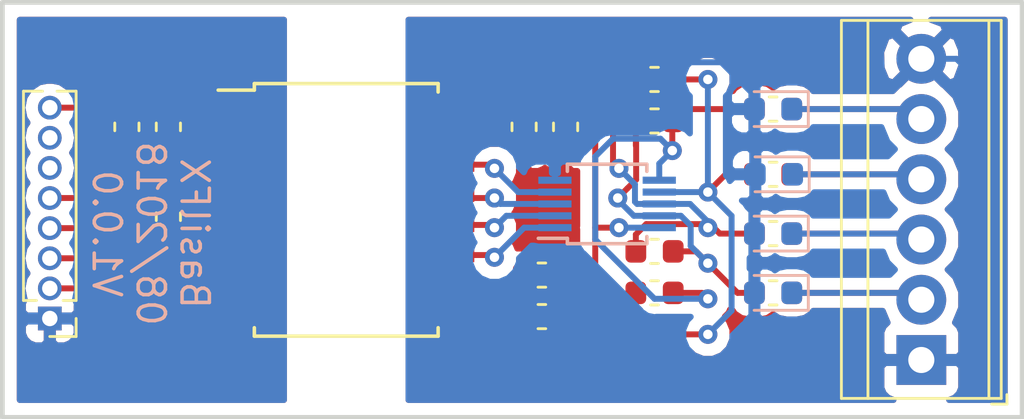
<source format=kicad_pcb>
(kicad_pcb (version 20171130) (host pcbnew "(6.0.0-rc1-dev-351-g09cd39b)")

  (general
    (thickness 1.6)
    (drawings 5)
    (tracks 195)
    (zones 0)
    (modules 23)
    (nets 25)
  )

  (page A4)
  (layers
    (0 F.Cu signal)
    (31 B.Cu signal)
    (32 B.Adhes user hide)
    (33 F.Adhes user hide)
    (34 B.Paste user hide)
    (35 F.Paste user hide)
    (36 B.SilkS user)
    (37 F.SilkS user)
    (38 B.Mask user hide)
    (39 F.Mask user)
    (40 Dwgs.User user hide)
    (41 Cmts.User user hide)
    (42 Eco1.User user hide)
    (43 Eco2.User user)
    (44 Edge.Cuts user)
    (45 Margin user)
    (46 B.CrtYd user hide)
    (47 F.CrtYd user)
    (48 B.Fab user)
    (49 F.Fab user hide)
  )

  (setup
    (last_trace_width 0.25)
    (trace_clearance 0.2)
    (zone_clearance 0.508)
    (zone_45_only no)
    (trace_min 0.2)
    (via_size 0.8)
    (via_drill 0.4)
    (via_min_size 0.4)
    (via_min_drill 0.3)
    (uvia_size 0.3)
    (uvia_drill 0.1)
    (uvias_allowed no)
    (uvia_min_size 0.2)
    (uvia_min_drill 0.1)
    (edge_width 0.05)
    (segment_width 0.2)
    (pcb_text_width 0.3)
    (pcb_text_size 1.5 1.5)
    (mod_edge_width 0.12)
    (mod_text_size 1 1)
    (mod_text_width 0.15)
    (pad_size 1.524 1.524)
    (pad_drill 0.762)
    (pad_to_mask_clearance 0.2)
    (aux_axis_origin 0 0)
    (visible_elements 7FFFFFFF)
    (pcbplotparams
      (layerselection 0x010fc_ffffffff)
      (usegerberextensions false)
      (usegerberattributes false)
      (usegerberadvancedattributes false)
      (creategerberjobfile false)
      (excludeedgelayer true)
      (linewidth 0.100000)
      (plotframeref false)
      (viasonmask false)
      (mode 1)
      (useauxorigin false)
      (hpglpennumber 1)
      (hpglpenspeed 20)
      (hpglpendiameter 15.000000)
      (psnegative false)
      (psa4output false)
      (plotreference true)
      (plotvalue true)
      (plotinvisibletext false)
      (padsonsilk false)
      (subtractmaskfromsilk false)
      (outputformat 1)
      (mirror false)
      (drillshape 1)
      (scaleselection 1)
      (outputdirectory ""))
  )

  (net 0 "")
  (net 1 GND)
  (net 2 VDD)
  (net 3 GNDA)
  (net 4 VDDA)
  (net 5 /A)
  (net 6 /B)
  (net 7 /Z)
  (net 8 /Y)
  (net 9 "Net-(J1-Pad7)")
  (net 10 "Net-(J1-Pad6)")
  (net 11 /DA)
  (net 12 /DENA)
  (net 13 /RENA)
  (net 14 /RA)
  (net 15 /SEL)
  (net 16 /Z')
  (net 17 /Y')
  (net 18 /A')
  (net 19 /B')
  (net 20 /DB)
  (net 21 /DENB)
  (net 22 /RENB)
  (net 23 /RB)
  (net 24 "Net-(U1-Pad7)")

  (net_class Default "This is the default net class."
    (clearance 0.2)
    (trace_width 0.25)
    (via_dia 0.8)
    (via_drill 0.4)
    (uvia_dia 0.3)
    (uvia_drill 0.1)
    (add_net /A)
    (add_net /A')
    (add_net /B)
    (add_net /B')
    (add_net /DA)
    (add_net /DB)
    (add_net /DENA)
    (add_net /DENB)
    (add_net /RA)
    (add_net /RB)
    (add_net /RENA)
    (add_net /RENB)
    (add_net /SEL)
    (add_net /Y)
    (add_net /Y')
    (add_net /Z)
    (add_net /Z')
    (add_net GND)
    (add_net GNDA)
    (add_net "Net-(J1-Pad6)")
    (add_net "Net-(J1-Pad7)")
    (add_net "Net-(U1-Pad7)")
    (add_net VDD)
    (add_net VDDA)
  )

  (module Resistor_SMD:R_0603_1608Metric (layer F.Cu) (tedit 5B301BBD) (tstamp 5B81A920)
    (at 179 89.25 180)
    (descr "Resistor SMD 0603 (1608 Metric), square (rectangular) end terminal, IPC_7351 nominal, (Body size source: http://www.tortai-tech.com/upload/download/2011102023233369053.pdf), generated with kicad-footprint-generator")
    (tags resistor)
    (path /5B84B4B9)
    (attr smd)
    (fp_text reference R11 (at 0 -1.43 180) (layer F.SilkS) hide
      (effects (font (size 1 1) (thickness 0.15)))
    )
    (fp_text value 0 (at 0 1.43 180) (layer F.Fab)
      (effects (font (size 1 1) (thickness 0.15)))
    )
    (fp_text user %R (at 0 0 180) (layer F.Fab)
      (effects (font (size 0.4 0.4) (thickness 0.06)))
    )
    (fp_line (start 1.48 0.73) (end -1.48 0.73) (layer F.CrtYd) (width 0.05))
    (fp_line (start 1.48 -0.73) (end 1.48 0.73) (layer F.CrtYd) (width 0.05))
    (fp_line (start -1.48 -0.73) (end 1.48 -0.73) (layer F.CrtYd) (width 0.05))
    (fp_line (start -1.48 0.73) (end -1.48 -0.73) (layer F.CrtYd) (width 0.05))
    (fp_line (start -0.162779 0.51) (end 0.162779 0.51) (layer F.SilkS) (width 0.12))
    (fp_line (start -0.162779 -0.51) (end 0.162779 -0.51) (layer F.SilkS) (width 0.12))
    (fp_line (start 0.8 0.4) (end -0.8 0.4) (layer F.Fab) (width 0.1))
    (fp_line (start 0.8 -0.4) (end 0.8 0.4) (layer F.Fab) (width 0.1))
    (fp_line (start -0.8 -0.4) (end 0.8 -0.4) (layer F.Fab) (width 0.1))
    (fp_line (start -0.8 0.4) (end -0.8 -0.4) (layer F.Fab) (width 0.1))
    (pad 2 smd roundrect (at 0.7875 0 180) (size 0.875 0.95) (layers F.Cu F.Paste F.Mask) (roundrect_rratio 0.25)
      (net 19 /B'))
    (pad 1 smd roundrect (at -0.7875 0 180) (size 0.875 0.95) (layers F.Cu F.Paste F.Mask) (roundrect_rratio 0.25)
      (net 16 /Z'))
    (model ${KISYS3DMOD}/Resistor_SMD.3dshapes/R_0603_1608Metric.wrl
      (at (xyz 0 0 0))
      (scale (xyz 1 1 1))
      (rotate (xyz 0 0 0))
    )
  )

  (module Connector_PinHeader_1.27mm:PinHeader_1x08_P1.27mm_Vertical (layer F.Cu) (tedit 59FED6E3) (tstamp 5B7E5E4A)
    (at 153.5 99.33 180)
    (descr "Through hole straight pin header, 1x08, 1.27mm pitch, single row")
    (tags "Through hole pin header THT 1x08 1.27mm single row")
    (path /5B84316F)
    (fp_text reference J1 (at 0 -1.695 180) (layer F.SilkS) hide
      (effects (font (size 1 1) (thickness 0.15)))
    )
    (fp_text value Conn_01x08 (at 0 10.585 180) (layer F.Fab)
      (effects (font (size 1 1) (thickness 0.15)))
    )
    (fp_text user %R (at 0 4.445 270) (layer F.Fab)
      (effects (font (size 1 1) (thickness 0.15)))
    )
    (fp_line (start 1.55 -1.15) (end -1.55 -1.15) (layer F.CrtYd) (width 0.05))
    (fp_line (start 1.55 10.05) (end 1.55 -1.15) (layer F.CrtYd) (width 0.05))
    (fp_line (start -1.55 10.05) (end 1.55 10.05) (layer F.CrtYd) (width 0.05))
    (fp_line (start -1.55 -1.15) (end -1.55 10.05) (layer F.CrtYd) (width 0.05))
    (fp_line (start -1.11 -0.76) (end 0 -0.76) (layer F.SilkS) (width 0.12))
    (fp_line (start -1.11 0) (end -1.11 -0.76) (layer F.SilkS) (width 0.12))
    (fp_line (start 0.563471 0.76) (end 1.11 0.76) (layer F.SilkS) (width 0.12))
    (fp_line (start -1.11 0.76) (end -0.563471 0.76) (layer F.SilkS) (width 0.12))
    (fp_line (start 1.11 0.76) (end 1.11 9.585) (layer F.SilkS) (width 0.12))
    (fp_line (start -1.11 0.76) (end -1.11 9.585) (layer F.SilkS) (width 0.12))
    (fp_line (start 0.30753 9.585) (end 1.11 9.585) (layer F.SilkS) (width 0.12))
    (fp_line (start -1.11 9.585) (end -0.30753 9.585) (layer F.SilkS) (width 0.12))
    (fp_line (start -1.05 -0.11) (end -0.525 -0.635) (layer F.Fab) (width 0.1))
    (fp_line (start -1.05 9.525) (end -1.05 -0.11) (layer F.Fab) (width 0.1))
    (fp_line (start 1.05 9.525) (end -1.05 9.525) (layer F.Fab) (width 0.1))
    (fp_line (start 1.05 -0.635) (end 1.05 9.525) (layer F.Fab) (width 0.1))
    (fp_line (start -0.525 -0.635) (end 1.05 -0.635) (layer F.Fab) (width 0.1))
    (pad 8 thru_hole oval (at 0 8.89 180) (size 1 1) (drill 0.65) (layers *.Cu *.Mask)
      (net 2 VDD))
    (pad 7 thru_hole oval (at 0 7.62 180) (size 1 1) (drill 0.65) (layers *.Cu *.Mask)
      (net 9 "Net-(J1-Pad7)"))
    (pad 6 thru_hole oval (at 0 6.35 180) (size 1 1) (drill 0.65) (layers *.Cu *.Mask)
      (net 10 "Net-(J1-Pad6)"))
    (pad 5 thru_hole oval (at 0 5.08 180) (size 1 1) (drill 0.65) (layers *.Cu *.Mask)
      (net 11 /DA))
    (pad 4 thru_hole oval (at 0 3.81 180) (size 1 1) (drill 0.65) (layers *.Cu *.Mask)
      (net 12 /DENA))
    (pad 3 thru_hole oval (at 0 2.54 180) (size 1 1) (drill 0.65) (layers *.Cu *.Mask)
      (net 13 /RENA))
    (pad 2 thru_hole oval (at 0 1.27 180) (size 1 1) (drill 0.65) (layers *.Cu *.Mask)
      (net 14 /RA))
    (pad 1 thru_hole rect (at 0 0 180) (size 1 1) (drill 0.65) (layers *.Cu *.Mask)
      (net 1 GND))
    (model ${KISYS3DMOD}/Connector_PinHeader_1.27mm.3dshapes/PinHeader_1x08_P1.27mm_Vertical.wrl
      (at (xyz 0 0 0))
      (scale (xyz 1 1 1))
      (rotate (xyz 0 0 0))
    )
  )

  (module Package_SO:MSOP-10_3x3mm_P0.5mm (layer B.Cu) (tedit 5A02F25C) (tstamp 5B7E619E)
    (at 177 94.5)
    (descr "10-Lead Plastic Micro Small Outline Package (MS) [MSOP] (see Microchip Packaging Specification 00000049BS.pdf)")
    (tags "SSOP 0.5")
    (path /5B7DDE86)
    (attr smd)
    (fp_text reference U2 (at 0 2.6) (layer B.SilkS) hide
      (effects (font (size 1 1) (thickness 0.15)) (justify mirror))
    )
    (fp_text value SN65HVD1470 (at 0 -2.6) (layer B.Fab)
      (effects (font (size 1 1) (thickness 0.15)) (justify mirror))
    )
    (fp_text user %R (at 0 0) (layer B.Fab)
      (effects (font (size 0.6 0.6) (thickness 0.15)) (justify mirror))
    )
    (fp_line (start -1.675 1.45) (end -2.9 1.45) (layer B.SilkS) (width 0.15))
    (fp_line (start -1.675 -1.675) (end 1.675 -1.675) (layer B.SilkS) (width 0.15))
    (fp_line (start -1.675 1.675) (end 1.675 1.675) (layer B.SilkS) (width 0.15))
    (fp_line (start -1.675 -1.675) (end -1.675 -1.375) (layer B.SilkS) (width 0.15))
    (fp_line (start 1.675 -1.675) (end 1.675 -1.375) (layer B.SilkS) (width 0.15))
    (fp_line (start 1.675 1.675) (end 1.675 1.375) (layer B.SilkS) (width 0.15))
    (fp_line (start -1.675 1.675) (end -1.675 1.45) (layer B.SilkS) (width 0.15))
    (fp_line (start -3.15 -1.85) (end 3.15 -1.85) (layer B.CrtYd) (width 0.05))
    (fp_line (start -3.15 1.85) (end 3.15 1.85) (layer B.CrtYd) (width 0.05))
    (fp_line (start 3.15 1.85) (end 3.15 -1.85) (layer B.CrtYd) (width 0.05))
    (fp_line (start -3.15 1.85) (end -3.15 -1.85) (layer B.CrtYd) (width 0.05))
    (fp_line (start -1.5 0.5) (end -0.5 1.5) (layer B.Fab) (width 0.15))
    (fp_line (start -1.5 -1.5) (end -1.5 0.5) (layer B.Fab) (width 0.15))
    (fp_line (start 1.5 -1.5) (end -1.5 -1.5) (layer B.Fab) (width 0.15))
    (fp_line (start 1.5 1.5) (end 1.5 -1.5) (layer B.Fab) (width 0.15))
    (fp_line (start -0.5 1.5) (end 1.5 1.5) (layer B.Fab) (width 0.15))
    (pad 10 smd rect (at 2.2 1) (size 1.4 0.3) (layers B.Cu B.Paste B.Mask)
      (net 4 VDDA))
    (pad 9 smd rect (at 2.2 0.5) (size 1.4 0.3) (layers B.Cu B.Paste B.Mask)
      (net 18 /A'))
    (pad 8 smd rect (at 2.2 0) (size 1.4 0.3) (layers B.Cu B.Paste B.Mask)
      (net 19 /B'))
    (pad 7 smd rect (at 2.2 -0.5) (size 1.4 0.3) (layers B.Cu B.Paste B.Mask)
      (net 16 /Z'))
    (pad 6 smd rect (at 2.2 -1) (size 1.4 0.3) (layers B.Cu B.Paste B.Mask)
      (net 17 /Y'))
    (pad 5 smd rect (at -2.2 -1) (size 1.4 0.3) (layers B.Cu B.Paste B.Mask)
      (net 3 GNDA))
    (pad 4 smd rect (at -2.2 -0.5) (size 1.4 0.3) (layers B.Cu B.Paste B.Mask)
      (net 20 /DB))
    (pad 3 smd rect (at -2.2 0) (size 1.4 0.3) (layers B.Cu B.Paste B.Mask)
      (net 21 /DENB))
    (pad 2 smd rect (at -2.2 0.5) (size 1.4 0.3) (layers B.Cu B.Paste B.Mask)
      (net 22 /RENB))
    (pad 1 smd rect (at -2.2 1) (size 1.4 0.3) (layers B.Cu B.Paste B.Mask)
      (net 23 /RB))
    (model ${KISYS3DMOD}/Package_SO.3dshapes/MSOP-10_3x3mm_P0.5mm.wrl
      (at (xyz 0 0 0))
      (scale (xyz 1 1 1))
      (rotate (xyz 0 0 0))
    )
  )

  (module Package_SO:SOIC-16W_7.5x10.3mm_P1.27mm (layer F.Cu) (tedit 5A02F2D3) (tstamp 5B81931E)
    (at 166 94.75)
    (descr "16-Lead Plastic Small Outline (SO) - Wide, 7.50 mm Body [SOIC] (see Microchip Packaging Specification 00000049BS.pdf)")
    (tags "SOIC 1.27")
    (path /5B7DDDE8)
    (attr smd)
    (fp_text reference U1 (at 0 -6.25) (layer F.SilkS) hide
      (effects (font (size 1 1) (thickness 0.15)))
    )
    (fp_text value ISOW7841 (at 0 6.25) (layer F.Fab)
      (effects (font (size 1 1) (thickness 0.15)))
    )
    (fp_line (start -3.875 -5.05) (end -5.4 -5.05) (layer F.SilkS) (width 0.15))
    (fp_line (start -3.875 5.325) (end 3.875 5.325) (layer F.SilkS) (width 0.15))
    (fp_line (start -3.875 -5.325) (end 3.875 -5.325) (layer F.SilkS) (width 0.15))
    (fp_line (start -3.875 5.325) (end -3.875 4.97) (layer F.SilkS) (width 0.15))
    (fp_line (start 3.875 5.325) (end 3.875 4.97) (layer F.SilkS) (width 0.15))
    (fp_line (start 3.875 -5.325) (end 3.875 -4.97) (layer F.SilkS) (width 0.15))
    (fp_line (start -3.875 -5.325) (end -3.875 -5.05) (layer F.SilkS) (width 0.15))
    (fp_line (start -5.65 5.5) (end 5.65 5.5) (layer F.CrtYd) (width 0.05))
    (fp_line (start -5.65 -5.5) (end 5.65 -5.5) (layer F.CrtYd) (width 0.05))
    (fp_line (start 5.65 -5.5) (end 5.65 5.5) (layer F.CrtYd) (width 0.05))
    (fp_line (start -5.65 -5.5) (end -5.65 5.5) (layer F.CrtYd) (width 0.05))
    (fp_line (start -3.75 -4.15) (end -2.75 -5.15) (layer F.Fab) (width 0.15))
    (fp_line (start -3.75 5.15) (end -3.75 -4.15) (layer F.Fab) (width 0.15))
    (fp_line (start 3.75 5.15) (end -3.75 5.15) (layer F.Fab) (width 0.15))
    (fp_line (start 3.75 -5.15) (end 3.75 5.15) (layer F.Fab) (width 0.15))
    (fp_line (start -2.75 -5.15) (end 3.75 -5.15) (layer F.Fab) (width 0.15))
    (fp_text user %R (at 0 0) (layer F.Fab)
      (effects (font (size 1 1) (thickness 0.15)))
    )
    (pad 16 smd rect (at 4.65 -4.445) (size 1.5 0.6) (layers F.Cu F.Paste F.Mask)
      (net 4 VDDA))
    (pad 15 smd rect (at 4.65 -3.175) (size 1.5 0.6) (layers F.Cu F.Paste F.Mask)
      (net 3 GNDA))
    (pad 14 smd rect (at 4.65 -1.905) (size 1.5 0.6) (layers F.Cu F.Paste F.Mask)
      (net 20 /DB))
    (pad 13 smd rect (at 4.65 -0.635) (size 1.5 0.6) (layers F.Cu F.Paste F.Mask)
      (net 21 /DENB))
    (pad 12 smd rect (at 4.65 0.635) (size 1.5 0.6) (layers F.Cu F.Paste F.Mask)
      (net 22 /RENB))
    (pad 11 smd rect (at 4.65 1.905) (size 1.5 0.6) (layers F.Cu F.Paste F.Mask)
      (net 23 /RB))
    (pad 10 smd rect (at 4.65 3.175) (size 1.5 0.6) (layers F.Cu F.Paste F.Mask)
      (net 15 /SEL))
    (pad 9 smd rect (at 4.65 4.445) (size 1.5 0.6) (layers F.Cu F.Paste F.Mask)
      (net 3 GNDA))
    (pad 8 smd rect (at -4.65 4.445) (size 1.5 0.6) (layers F.Cu F.Paste F.Mask)
      (net 1 GND))
    (pad 7 smd rect (at -4.65 3.175) (size 1.5 0.6) (layers F.Cu F.Paste F.Mask)
      (net 24 "Net-(U1-Pad7)"))
    (pad 6 smd rect (at -4.65 1.905) (size 1.5 0.6) (layers F.Cu F.Paste F.Mask)
      (net 14 /RA))
    (pad 5 smd rect (at -4.65 0.635) (size 1.5 0.6) (layers F.Cu F.Paste F.Mask)
      (net 13 /RENA))
    (pad 4 smd rect (at -4.65 -0.635) (size 1.5 0.6) (layers F.Cu F.Paste F.Mask)
      (net 12 /DENA))
    (pad 3 smd rect (at -4.65 -1.905) (size 1.5 0.6) (layers F.Cu F.Paste F.Mask)
      (net 11 /DA))
    (pad 2 smd rect (at -4.65 -3.175) (size 1.5 0.6) (layers F.Cu F.Paste F.Mask)
      (net 1 GND))
    (pad 1 smd rect (at -4.65 -4.445) (size 1.5 0.6) (layers F.Cu F.Paste F.Mask)
      (net 2 VDD))
    (model ${KISYS3DMOD}/Package_SO.3dshapes/SOIC-16W_7.5x10.3mm_P1.27mm.wrl
      (at (xyz 0 0 0))
      (scale (xyz 1 1 1))
      (rotate (xyz 0 0 0))
    )
  )

  (module Resistor_SMD:R_0603_1608Metric (layer F.Cu) (tedit 5B301BBD) (tstamp 5B7E5B62)
    (at 184 90.5 180)
    (descr "Resistor SMD 0603 (1608 Metric), square (rectangular) end terminal, IPC_7351 nominal, (Body size source: http://www.tortai-tech.com/upload/download/2011102023233369053.pdf), generated with kicad-footprint-generator")
    (tags resistor)
    (path /5B7EE63A)
    (attr smd)
    (fp_text reference R10 (at 0 -1.43 180) (layer F.SilkS) hide
      (effects (font (size 1 1) (thickness 0.15)))
    )
    (fp_text value 10 (at 0 1.43 180) (layer F.Fab)
      (effects (font (size 1 1) (thickness 0.15)))
    )
    (fp_text user %R (at 0 0 180) (layer F.Fab)
      (effects (font (size 0.4 0.4) (thickness 0.06)))
    )
    (fp_line (start 1.48 0.73) (end -1.48 0.73) (layer F.CrtYd) (width 0.05))
    (fp_line (start 1.48 -0.73) (end 1.48 0.73) (layer F.CrtYd) (width 0.05))
    (fp_line (start -1.48 -0.73) (end 1.48 -0.73) (layer F.CrtYd) (width 0.05))
    (fp_line (start -1.48 0.73) (end -1.48 -0.73) (layer F.CrtYd) (width 0.05))
    (fp_line (start -0.162779 0.51) (end 0.162779 0.51) (layer F.SilkS) (width 0.12))
    (fp_line (start -0.162779 -0.51) (end 0.162779 -0.51) (layer F.SilkS) (width 0.12))
    (fp_line (start 0.8 0.4) (end -0.8 0.4) (layer F.Fab) (width 0.1))
    (fp_line (start 0.8 -0.4) (end 0.8 0.4) (layer F.Fab) (width 0.1))
    (fp_line (start -0.8 -0.4) (end 0.8 -0.4) (layer F.Fab) (width 0.1))
    (fp_line (start -0.8 0.4) (end -0.8 -0.4) (layer F.Fab) (width 0.1))
    (pad 2 smd roundrect (at 0.7875 0 180) (size 0.875 0.95) (layers F.Cu F.Paste F.Mask) (roundrect_rratio 0.25)
      (net 17 /Y'))
    (pad 1 smd roundrect (at -0.7875 0 180) (size 0.875 0.95) (layers F.Cu F.Paste F.Mask) (roundrect_rratio 0.25)
      (net 8 /Y))
    (model ${KISYS3DMOD}/Resistor_SMD.3dshapes/R_0603_1608Metric.wrl
      (at (xyz 0 0 0))
      (scale (xyz 1 1 1))
      (rotate (xyz 0 0 0))
    )
  )

  (module Resistor_SMD:R_0603_1608Metric (layer F.Cu) (tedit 5B301BBD) (tstamp 5B7E5B92)
    (at 184 93.25 180)
    (descr "Resistor SMD 0603 (1608 Metric), square (rectangular) end terminal, IPC_7351 nominal, (Body size source: http://www.tortai-tech.com/upload/download/2011102023233369053.pdf), generated with kicad-footprint-generator")
    (tags resistor)
    (path /5B7EE61A)
    (attr smd)
    (fp_text reference R9 (at 0 -1.43 180) (layer F.SilkS) hide
      (effects (font (size 1 1) (thickness 0.15)))
    )
    (fp_text value 10 (at 0 1.43 180) (layer F.Fab)
      (effects (font (size 1 1) (thickness 0.15)))
    )
    (fp_text user %R (at 0 0 180) (layer F.Fab)
      (effects (font (size 0.4 0.4) (thickness 0.06)))
    )
    (fp_line (start 1.48 0.73) (end -1.48 0.73) (layer F.CrtYd) (width 0.05))
    (fp_line (start 1.48 -0.73) (end 1.48 0.73) (layer F.CrtYd) (width 0.05))
    (fp_line (start -1.48 -0.73) (end 1.48 -0.73) (layer F.CrtYd) (width 0.05))
    (fp_line (start -1.48 0.73) (end -1.48 -0.73) (layer F.CrtYd) (width 0.05))
    (fp_line (start -0.162779 0.51) (end 0.162779 0.51) (layer F.SilkS) (width 0.12))
    (fp_line (start -0.162779 -0.51) (end 0.162779 -0.51) (layer F.SilkS) (width 0.12))
    (fp_line (start 0.8 0.4) (end -0.8 0.4) (layer F.Fab) (width 0.1))
    (fp_line (start 0.8 -0.4) (end 0.8 0.4) (layer F.Fab) (width 0.1))
    (fp_line (start -0.8 -0.4) (end 0.8 -0.4) (layer F.Fab) (width 0.1))
    (fp_line (start -0.8 0.4) (end -0.8 -0.4) (layer F.Fab) (width 0.1))
    (pad 2 smd roundrect (at 0.7875 0 180) (size 0.875 0.95) (layers F.Cu F.Paste F.Mask) (roundrect_rratio 0.25)
      (net 16 /Z'))
    (pad 1 smd roundrect (at -0.7875 0 180) (size 0.875 0.95) (layers F.Cu F.Paste F.Mask) (roundrect_rratio 0.25)
      (net 7 /Z))
    (model ${KISYS3DMOD}/Resistor_SMD.3dshapes/R_0603_1608Metric.wrl
      (at (xyz 0 0 0))
      (scale (xyz 1 1 1))
      (rotate (xyz 0 0 0))
    )
  )

  (module Resistor_SMD:R_0603_1608Metric (layer F.Cu) (tedit 5B301BBD) (tstamp 5B7E5BC2)
    (at 184 95.75 180)
    (descr "Resistor SMD 0603 (1608 Metric), square (rectangular) end terminal, IPC_7351 nominal, (Body size source: http://www.tortai-tech.com/upload/download/2011102023233369053.pdf), generated with kicad-footprint-generator")
    (tags resistor)
    (path /5B7EE5FC)
    (attr smd)
    (fp_text reference R8 (at 0 -1.43 180) (layer F.SilkS) hide
      (effects (font (size 1 1) (thickness 0.15)))
    )
    (fp_text value 10 (at 0 1.43 180) (layer F.Fab)
      (effects (font (size 1 1) (thickness 0.15)))
    )
    (fp_text user %R (at 0 0 180) (layer F.Fab)
      (effects (font (size 0.4 0.4) (thickness 0.06)))
    )
    (fp_line (start 1.48 0.73) (end -1.48 0.73) (layer F.CrtYd) (width 0.05))
    (fp_line (start 1.48 -0.73) (end 1.48 0.73) (layer F.CrtYd) (width 0.05))
    (fp_line (start -1.48 -0.73) (end 1.48 -0.73) (layer F.CrtYd) (width 0.05))
    (fp_line (start -1.48 0.73) (end -1.48 -0.73) (layer F.CrtYd) (width 0.05))
    (fp_line (start -0.162779 0.51) (end 0.162779 0.51) (layer F.SilkS) (width 0.12))
    (fp_line (start -0.162779 -0.51) (end 0.162779 -0.51) (layer F.SilkS) (width 0.12))
    (fp_line (start 0.8 0.4) (end -0.8 0.4) (layer F.Fab) (width 0.1))
    (fp_line (start 0.8 -0.4) (end 0.8 0.4) (layer F.Fab) (width 0.1))
    (fp_line (start -0.8 -0.4) (end 0.8 -0.4) (layer F.Fab) (width 0.1))
    (fp_line (start -0.8 0.4) (end -0.8 -0.4) (layer F.Fab) (width 0.1))
    (pad 2 smd roundrect (at 0.7875 0 180) (size 0.875 0.95) (layers F.Cu F.Paste F.Mask) (roundrect_rratio 0.25)
      (net 19 /B'))
    (pad 1 smd roundrect (at -0.7875 0 180) (size 0.875 0.95) (layers F.Cu F.Paste F.Mask) (roundrect_rratio 0.25)
      (net 6 /B))
    (model ${KISYS3DMOD}/Resistor_SMD.3dshapes/R_0603_1608Metric.wrl
      (at (xyz 0 0 0))
      (scale (xyz 1 1 1))
      (rotate (xyz 0 0 0))
    )
  )

  (module Resistor_SMD:R_0603_1608Metric (layer F.Cu) (tedit 5B301BBD) (tstamp 5B7E5BF2)
    (at 184 98.25 180)
    (descr "Resistor SMD 0603 (1608 Metric), square (rectangular) end terminal, IPC_7351 nominal, (Body size source: http://www.tortai-tech.com/upload/download/2011102023233369053.pdf), generated with kicad-footprint-generator")
    (tags resistor)
    (path /5B7DE865)
    (attr smd)
    (fp_text reference R7 (at 0 -1.43 180) (layer F.SilkS) hide
      (effects (font (size 1 1) (thickness 0.15)))
    )
    (fp_text value 10 (at 0 1.43 180) (layer F.Fab)
      (effects (font (size 1 1) (thickness 0.15)))
    )
    (fp_text user %R (at 0 0 180) (layer F.Fab)
      (effects (font (size 0.4 0.4) (thickness 0.06)))
    )
    (fp_line (start 1.48 0.73) (end -1.48 0.73) (layer F.CrtYd) (width 0.05))
    (fp_line (start 1.48 -0.73) (end 1.48 0.73) (layer F.CrtYd) (width 0.05))
    (fp_line (start -1.48 -0.73) (end 1.48 -0.73) (layer F.CrtYd) (width 0.05))
    (fp_line (start -1.48 0.73) (end -1.48 -0.73) (layer F.CrtYd) (width 0.05))
    (fp_line (start -0.162779 0.51) (end 0.162779 0.51) (layer F.SilkS) (width 0.12))
    (fp_line (start -0.162779 -0.51) (end 0.162779 -0.51) (layer F.SilkS) (width 0.12))
    (fp_line (start 0.8 0.4) (end -0.8 0.4) (layer F.Fab) (width 0.1))
    (fp_line (start 0.8 -0.4) (end 0.8 0.4) (layer F.Fab) (width 0.1))
    (fp_line (start -0.8 -0.4) (end 0.8 -0.4) (layer F.Fab) (width 0.1))
    (fp_line (start -0.8 0.4) (end -0.8 -0.4) (layer F.Fab) (width 0.1))
    (pad 2 smd roundrect (at 0.7875 0 180) (size 0.875 0.95) (layers F.Cu F.Paste F.Mask) (roundrect_rratio 0.25)
      (net 18 /A'))
    (pad 1 smd roundrect (at -0.7875 0 180) (size 0.875 0.95) (layers F.Cu F.Paste F.Mask) (roundrect_rratio 0.25)
      (net 5 /A))
    (model ${KISYS3DMOD}/Resistor_SMD.3dshapes/R_0603_1608Metric.wrl
      (at (xyz 0 0 0))
      (scale (xyz 1 1 1))
      (rotate (xyz 0 0 0))
    )
  )

  (module Resistor_SMD:R_0603_1608Metric (layer F.Cu) (tedit 5B301BBD) (tstamp 5B804D75)
    (at 179 91)
    (descr "Resistor SMD 0603 (1608 Metric), square (rectangular) end terminal, IPC_7351 nominal, (Body size source: http://www.tortai-tech.com/upload/download/2011102023233369053.pdf), generated with kicad-footprint-generator")
    (tags resistor)
    (path /5B816DEC)
    (attr smd)
    (fp_text reference R6 (at 0 -1.43) (layer F.SilkS) hide
      (effects (font (size 1 1) (thickness 0.15)))
    )
    (fp_text value 0 (at 0 1.43) (layer F.Fab)
      (effects (font (size 1 1) (thickness 0.15)))
    )
    (fp_text user %R (at 0 0) (layer F.Fab)
      (effects (font (size 0.4 0.4) (thickness 0.06)))
    )
    (fp_line (start 1.48 0.73) (end -1.48 0.73) (layer F.CrtYd) (width 0.05))
    (fp_line (start 1.48 -0.73) (end 1.48 0.73) (layer F.CrtYd) (width 0.05))
    (fp_line (start -1.48 -0.73) (end 1.48 -0.73) (layer F.CrtYd) (width 0.05))
    (fp_line (start -1.48 0.73) (end -1.48 -0.73) (layer F.CrtYd) (width 0.05))
    (fp_line (start -0.162779 0.51) (end 0.162779 0.51) (layer F.SilkS) (width 0.12))
    (fp_line (start -0.162779 -0.51) (end 0.162779 -0.51) (layer F.SilkS) (width 0.12))
    (fp_line (start 0.8 0.4) (end -0.8 0.4) (layer F.Fab) (width 0.1))
    (fp_line (start 0.8 -0.4) (end 0.8 0.4) (layer F.Fab) (width 0.1))
    (fp_line (start -0.8 -0.4) (end 0.8 -0.4) (layer F.Fab) (width 0.1))
    (fp_line (start -0.8 0.4) (end -0.8 -0.4) (layer F.Fab) (width 0.1))
    (pad 2 smd roundrect (at 0.7875 0) (size 0.875 0.95) (layers F.Cu F.Paste F.Mask) (roundrect_rratio 0.25)
      (net 17 /Y'))
    (pad 1 smd roundrect (at -0.7875 0) (size 0.875 0.95) (layers F.Cu F.Paste F.Mask) (roundrect_rratio 0.25)
      (net 18 /A'))
    (model ${KISYS3DMOD}/Resistor_SMD.3dshapes/R_0603_1608Metric.wrl
      (at (xyz 0 0 0))
      (scale (xyz 1 1 1))
      (rotate (xyz 0 0 0))
    )
  )

  (module Resistor_SMD:R_0603_1608Metric (layer F.Cu) (tedit 5B301BBD) (tstamp 5B7E5C52)
    (at 179 96.5)
    (descr "Resistor SMD 0603 (1608 Metric), square (rectangular) end terminal, IPC_7351 nominal, (Body size source: http://www.tortai-tech.com/upload/download/2011102023233369053.pdf), generated with kicad-footprint-generator")
    (tags resistor)
    (path /5B82F416)
    (attr smd)
    (fp_text reference R5 (at 0 -1.43) (layer F.SilkS) hide
      (effects (font (size 1 1) (thickness 0.15)))
    )
    (fp_text value 120 (at 0 1.43) (layer F.Fab)
      (effects (font (size 1 1) (thickness 0.15)))
    )
    (fp_text user %R (at 0 0) (layer F.Fab)
      (effects (font (size 0.4 0.4) (thickness 0.06)))
    )
    (fp_line (start 1.48 0.73) (end -1.48 0.73) (layer F.CrtYd) (width 0.05))
    (fp_line (start 1.48 -0.73) (end 1.48 0.73) (layer F.CrtYd) (width 0.05))
    (fp_line (start -1.48 -0.73) (end 1.48 -0.73) (layer F.CrtYd) (width 0.05))
    (fp_line (start -1.48 0.73) (end -1.48 -0.73) (layer F.CrtYd) (width 0.05))
    (fp_line (start -0.162779 0.51) (end 0.162779 0.51) (layer F.SilkS) (width 0.12))
    (fp_line (start -0.162779 -0.51) (end 0.162779 -0.51) (layer F.SilkS) (width 0.12))
    (fp_line (start 0.8 0.4) (end -0.8 0.4) (layer F.Fab) (width 0.1))
    (fp_line (start 0.8 -0.4) (end 0.8 0.4) (layer F.Fab) (width 0.1))
    (fp_line (start -0.8 -0.4) (end 0.8 -0.4) (layer F.Fab) (width 0.1))
    (fp_line (start -0.8 0.4) (end -0.8 -0.4) (layer F.Fab) (width 0.1))
    (pad 2 smd roundrect (at 0.7875 0) (size 0.875 0.95) (layers F.Cu F.Paste F.Mask) (roundrect_rratio 0.25)
      (net 18 /A'))
    (pad 1 smd roundrect (at -0.7875 0) (size 0.875 0.95) (layers F.Cu F.Paste F.Mask) (roundrect_rratio 0.25)
      (net 19 /B'))
    (model ${KISYS3DMOD}/Resistor_SMD.3dshapes/R_0603_1608Metric.wrl
      (at (xyz 0 0 0))
      (scale (xyz 1 1 1))
      (rotate (xyz 0 0 0))
    )
  )

  (module Resistor_SMD:R_0603_1608Metric (layer F.Cu) (tedit 5B301BBD) (tstamp 5B7E59DF)
    (at 179 98.25 180)
    (descr "Resistor SMD 0603 (1608 Metric), square (rectangular) end terminal, IPC_7351 nominal, (Body size source: http://www.tortai-tech.com/upload/download/2011102023233369053.pdf), generated with kicad-footprint-generator")
    (tags resistor)
    (path /5B82F450)
    (attr smd)
    (fp_text reference R4 (at 0 -1.43 180) (layer F.SilkS) hide
      (effects (font (size 1 1) (thickness 0.15)))
    )
    (fp_text value 120 (at 0 1.43 180) (layer F.Fab)
      (effects (font (size 1 1) (thickness 0.15)))
    )
    (fp_text user %R (at 0 0 180) (layer F.Fab)
      (effects (font (size 0.4 0.4) (thickness 0.06)))
    )
    (fp_line (start 1.48 0.73) (end -1.48 0.73) (layer F.CrtYd) (width 0.05))
    (fp_line (start 1.48 -0.73) (end 1.48 0.73) (layer F.CrtYd) (width 0.05))
    (fp_line (start -1.48 -0.73) (end 1.48 -0.73) (layer F.CrtYd) (width 0.05))
    (fp_line (start -1.48 0.73) (end -1.48 -0.73) (layer F.CrtYd) (width 0.05))
    (fp_line (start -0.162779 0.51) (end 0.162779 0.51) (layer F.SilkS) (width 0.12))
    (fp_line (start -0.162779 -0.51) (end 0.162779 -0.51) (layer F.SilkS) (width 0.12))
    (fp_line (start 0.8 0.4) (end -0.8 0.4) (layer F.Fab) (width 0.1))
    (fp_line (start 0.8 -0.4) (end 0.8 0.4) (layer F.Fab) (width 0.1))
    (fp_line (start -0.8 -0.4) (end 0.8 -0.4) (layer F.Fab) (width 0.1))
    (fp_line (start -0.8 0.4) (end -0.8 -0.4) (layer F.Fab) (width 0.1))
    (pad 2 smd roundrect (at 0.7875 0 180) (size 0.875 0.95) (layers F.Cu F.Paste F.Mask) (roundrect_rratio 0.25)
      (net 16 /Z'))
    (pad 1 smd roundrect (at -0.7875 0 180) (size 0.875 0.95) (layers F.Cu F.Paste F.Mask) (roundrect_rratio 0.25)
      (net 17 /Y'))
    (model ${KISYS3DMOD}/Resistor_SMD.3dshapes/R_0603_1608Metric.wrl
      (at (xyz 0 0 0))
      (scale (xyz 1 1 1))
      (rotate (xyz 0 0 0))
    )
  )

  (module Resistor_SMD:R_0603_1608Metric (layer F.Cu) (tedit 5B301BBD) (tstamp 5B7E5928)
    (at 174.25 99.25 180)
    (descr "Resistor SMD 0603 (1608 Metric), square (rectangular) end terminal, IPC_7351 nominal, (Body size source: http://www.tortai-tech.com/upload/download/2011102023233369053.pdf), generated with kicad-footprint-generator")
    (tags resistor)
    (path /5B7E8A9E)
    (attr smd)
    (fp_text reference R3 (at 0 -1.43 180) (layer F.SilkS) hide
      (effects (font (size 1 1) (thickness 0.15)))
    )
    (fp_text value 0 (at 0 1.43 180) (layer F.Fab)
      (effects (font (size 1 1) (thickness 0.15)))
    )
    (fp_text user %R (at 0 0 180) (layer F.Fab)
      (effects (font (size 0.4 0.4) (thickness 0.06)))
    )
    (fp_line (start 1.48 0.73) (end -1.48 0.73) (layer F.CrtYd) (width 0.05))
    (fp_line (start 1.48 -0.73) (end 1.48 0.73) (layer F.CrtYd) (width 0.05))
    (fp_line (start -1.48 -0.73) (end 1.48 -0.73) (layer F.CrtYd) (width 0.05))
    (fp_line (start -1.48 0.73) (end -1.48 -0.73) (layer F.CrtYd) (width 0.05))
    (fp_line (start -0.162779 0.51) (end 0.162779 0.51) (layer F.SilkS) (width 0.12))
    (fp_line (start -0.162779 -0.51) (end 0.162779 -0.51) (layer F.SilkS) (width 0.12))
    (fp_line (start 0.8 0.4) (end -0.8 0.4) (layer F.Fab) (width 0.1))
    (fp_line (start 0.8 -0.4) (end 0.8 0.4) (layer F.Fab) (width 0.1))
    (fp_line (start -0.8 -0.4) (end 0.8 -0.4) (layer F.Fab) (width 0.1))
    (fp_line (start -0.8 0.4) (end -0.8 -0.4) (layer F.Fab) (width 0.1))
    (pad 2 smd roundrect (at 0.7875 0 180) (size 0.875 0.95) (layers F.Cu F.Paste F.Mask) (roundrect_rratio 0.25)
      (net 15 /SEL))
    (pad 1 smd roundrect (at -0.7875 0 180) (size 0.875 0.95) (layers F.Cu F.Paste F.Mask) (roundrect_rratio 0.25)
      (net 3 GNDA))
    (model ${KISYS3DMOD}/Resistor_SMD.3dshapes/R_0603_1608Metric.wrl
      (at (xyz 0 0 0))
      (scale (xyz 1 1 1))
      (rotate (xyz 0 0 0))
    )
  )

  (module Resistor_SMD:R_0603_1608Metric (layer F.Cu) (tedit 5B301BBD) (tstamp 5B7E5958)
    (at 174.25 97.5)
    (descr "Resistor SMD 0603 (1608 Metric), square (rectangular) end terminal, IPC_7351 nominal, (Body size source: http://www.tortai-tech.com/upload/download/2011102023233369053.pdf), generated with kicad-footprint-generator")
    (tags resistor)
    (path /5B7E89DB)
    (attr smd)
    (fp_text reference R2 (at 0 -1.43) (layer F.SilkS) hide
      (effects (font (size 1 1) (thickness 0.15)))
    )
    (fp_text value 0 (at 0 1.43) (layer F.Fab)
      (effects (font (size 1 1) (thickness 0.15)))
    )
    (fp_text user %R (at 0 0) (layer F.Fab)
      (effects (font (size 0.4 0.4) (thickness 0.06)))
    )
    (fp_line (start 1.48 0.73) (end -1.48 0.73) (layer F.CrtYd) (width 0.05))
    (fp_line (start 1.48 -0.73) (end 1.48 0.73) (layer F.CrtYd) (width 0.05))
    (fp_line (start -1.48 -0.73) (end 1.48 -0.73) (layer F.CrtYd) (width 0.05))
    (fp_line (start -1.48 0.73) (end -1.48 -0.73) (layer F.CrtYd) (width 0.05))
    (fp_line (start -0.162779 0.51) (end 0.162779 0.51) (layer F.SilkS) (width 0.12))
    (fp_line (start -0.162779 -0.51) (end 0.162779 -0.51) (layer F.SilkS) (width 0.12))
    (fp_line (start 0.8 0.4) (end -0.8 0.4) (layer F.Fab) (width 0.1))
    (fp_line (start 0.8 -0.4) (end 0.8 0.4) (layer F.Fab) (width 0.1))
    (fp_line (start -0.8 -0.4) (end 0.8 -0.4) (layer F.Fab) (width 0.1))
    (fp_line (start -0.8 0.4) (end -0.8 -0.4) (layer F.Fab) (width 0.1))
    (pad 2 smd roundrect (at 0.7875 0) (size 0.875 0.95) (layers F.Cu F.Paste F.Mask) (roundrect_rratio 0.25)
      (net 4 VDDA))
    (pad 1 smd roundrect (at -0.7875 0) (size 0.875 0.95) (layers F.Cu F.Paste F.Mask) (roundrect_rratio 0.25)
      (net 15 /SEL))
    (model ${KISYS3DMOD}/Resistor_SMD.3dshapes/R_0603_1608Metric.wrl
      (at (xyz 0 0 0))
      (scale (xyz 1 1 1))
      (rotate (xyz 0 0 0))
    )
  )

  (module Resistor_SMD:R_0603_1608Metric (layer F.Cu) (tedit 5B301BBD) (tstamp 5B8192DA)
    (at 158.5 95.0375 90)
    (descr "Resistor SMD 0603 (1608 Metric), square (rectangular) end terminal, IPC_7351 nominal, (Body size source: http://www.tortai-tech.com/upload/download/2011102023233369053.pdf), generated with kicad-footprint-generator")
    (tags resistor)
    (path /5B816E4F)
    (attr smd)
    (fp_text reference R1 (at 0 -1.43 90) (layer F.SilkS) hide
      (effects (font (size 1 1) (thickness 0.15)))
    )
    (fp_text value 0 (at 0 1.43 90) (layer F.Fab)
      (effects (font (size 1 1) (thickness 0.15)))
    )
    (fp_text user %R (at 0 0 90) (layer F.Fab)
      (effects (font (size 0.4 0.4) (thickness 0.06)))
    )
    (fp_line (start 1.48 0.73) (end -1.48 0.73) (layer F.CrtYd) (width 0.05))
    (fp_line (start 1.48 -0.73) (end 1.48 0.73) (layer F.CrtYd) (width 0.05))
    (fp_line (start -1.48 -0.73) (end 1.48 -0.73) (layer F.CrtYd) (width 0.05))
    (fp_line (start -1.48 0.73) (end -1.48 -0.73) (layer F.CrtYd) (width 0.05))
    (fp_line (start -0.162779 0.51) (end 0.162779 0.51) (layer F.SilkS) (width 0.12))
    (fp_line (start -0.162779 -0.51) (end 0.162779 -0.51) (layer F.SilkS) (width 0.12))
    (fp_line (start 0.8 0.4) (end -0.8 0.4) (layer F.Fab) (width 0.1))
    (fp_line (start 0.8 -0.4) (end 0.8 0.4) (layer F.Fab) (width 0.1))
    (fp_line (start -0.8 -0.4) (end 0.8 -0.4) (layer F.Fab) (width 0.1))
    (fp_line (start -0.8 0.4) (end -0.8 -0.4) (layer F.Fab) (width 0.1))
    (pad 2 smd roundrect (at 0.7875 0 90) (size 0.875 0.95) (layers F.Cu F.Paste F.Mask) (roundrect_rratio 0.25)
      (net 12 /DENA))
    (pad 1 smd roundrect (at -0.7875 0 90) (size 0.875 0.95) (layers F.Cu F.Paste F.Mask) (roundrect_rratio 0.25)
      (net 13 /RENA))
    (model ${KISYS3DMOD}/Resistor_SMD.3dshapes/R_0603_1608Metric.wrl
      (at (xyz 0 0 0))
      (scale (xyz 1 1 1))
      (rotate (xyz 0 0 0))
    )
  )

  (module TerminalBlock_TE-Connectivity:TerminalBlock_TE_282834-6_1x06_P2.54mm_Horizontal (layer F.Cu) (tedit 5B1EC513) (tstamp 5B812F1A)
    (at 190.25 101.08 90)
    (descr "Terminal Block TE 282834-6, 6 pins, pitch 2.54mm, size 15.7x6.5mm^2, drill diamater 1.1mm, pad diameter 2.1mm, see http://www.te.com/commerce/DocumentDelivery/DDEController?Action=showdoc&DocId=Customer+Drawing%7F282834%7FC1%7Fpdf%7FEnglish%7FENG_CD_282834_C1.pdf, script-generated using https://github.com/pointhi/kicad-footprint-generator/scripts/TerminalBlock_TE-Connectivity")
    (tags "THT Terminal Block TE 282834-6 pitch 2.54mm size 15.7x6.5mm^2 drill 1.1mm pad 2.1mm")
    (path /5B8372F0)
    (fp_text reference J2 (at 6.35 -4.37 90) (layer F.SilkS) hide
      (effects (font (size 1 1) (thickness 0.15)))
    )
    (fp_text value Conn_01x06 (at 6.35 4.37 90) (layer F.Fab)
      (effects (font (size 1 1) (thickness 0.15)))
    )
    (fp_text user %R (at 6.35 2 90) (layer F.Fab)
      (effects (font (size 1 1) (thickness 0.15)))
    )
    (fp_line (start 14.7 -3.75) (end -2 -3.75) (layer F.CrtYd) (width 0.05))
    (fp_line (start 14.7 3.75) (end 14.7 -3.75) (layer F.CrtYd) (width 0.05))
    (fp_line (start -2 3.75) (end 14.7 3.75) (layer F.CrtYd) (width 0.05))
    (fp_line (start -2 -3.75) (end -2 3.75) (layer F.CrtYd) (width 0.05))
    (fp_line (start -1.86 3.61) (end -1.46 3.61) (layer F.SilkS) (width 0.12))
    (fp_line (start -1.86 2.97) (end -1.86 3.61) (layer F.SilkS) (width 0.12))
    (fp_line (start 13.401 -0.835) (end 11.866 0.7) (layer F.Fab) (width 0.1))
    (fp_line (start 13.535 -0.7) (end 12 0.835) (layer F.Fab) (width 0.1))
    (fp_line (start 10.861 -0.835) (end 9.326 0.7) (layer F.Fab) (width 0.1))
    (fp_line (start 10.995 -0.7) (end 9.46 0.835) (layer F.Fab) (width 0.1))
    (fp_line (start 8.321 -0.835) (end 6.786 0.7) (layer F.Fab) (width 0.1))
    (fp_line (start 8.455 -0.7) (end 6.92 0.835) (layer F.Fab) (width 0.1))
    (fp_line (start 5.781 -0.835) (end 4.246 0.7) (layer F.Fab) (width 0.1))
    (fp_line (start 5.915 -0.7) (end 4.38 0.835) (layer F.Fab) (width 0.1))
    (fp_line (start 3.241 -0.835) (end 1.706 0.7) (layer F.Fab) (width 0.1))
    (fp_line (start 3.375 -0.7) (end 1.84 0.835) (layer F.Fab) (width 0.1))
    (fp_line (start 0.701 -0.835) (end -0.835 0.7) (layer F.Fab) (width 0.1))
    (fp_line (start 0.835 -0.7) (end -0.701 0.835) (layer F.Fab) (width 0.1))
    (fp_line (start 14.32 -3.37) (end 14.32 3.37) (layer F.SilkS) (width 0.12))
    (fp_line (start -1.62 -3.37) (end -1.62 3.37) (layer F.SilkS) (width 0.12))
    (fp_line (start -1.62 3.37) (end 14.32 3.37) (layer F.SilkS) (width 0.12))
    (fp_line (start -1.62 -3.37) (end 14.32 -3.37) (layer F.SilkS) (width 0.12))
    (fp_line (start -1.62 -2.25) (end 14.32 -2.25) (layer F.SilkS) (width 0.12))
    (fp_line (start -1.5 -2.25) (end 14.2 -2.25) (layer F.Fab) (width 0.1))
    (fp_line (start -1.62 2.85) (end 14.32 2.85) (layer F.SilkS) (width 0.12))
    (fp_line (start -1.5 2.85) (end 14.2 2.85) (layer F.Fab) (width 0.1))
    (fp_line (start -1.5 2.85) (end -1.5 -3.25) (layer F.Fab) (width 0.1))
    (fp_line (start -1.1 3.25) (end -1.5 2.85) (layer F.Fab) (width 0.1))
    (fp_line (start 14.2 3.25) (end -1.1 3.25) (layer F.Fab) (width 0.1))
    (fp_line (start 14.2 -3.25) (end 14.2 3.25) (layer F.Fab) (width 0.1))
    (fp_line (start -1.5 -3.25) (end 14.2 -3.25) (layer F.Fab) (width 0.1))
    (fp_circle (center 12.7 0) (end 13.8 0) (layer F.Fab) (width 0.1))
    (fp_circle (center 10.16 0) (end 11.26 0) (layer F.Fab) (width 0.1))
    (fp_circle (center 7.62 0) (end 8.72 0) (layer F.Fab) (width 0.1))
    (fp_circle (center 5.08 0) (end 6.18 0) (layer F.Fab) (width 0.1))
    (fp_circle (center 2.54 0) (end 3.64 0) (layer F.Fab) (width 0.1))
    (fp_circle (center 0 0) (end 1.1 0) (layer F.Fab) (width 0.1))
    (pad 6 thru_hole circle (at 12.7 0 90) (size 2.1 2.1) (drill 1.1) (layers *.Cu *.Mask)
      (net 3 GNDA))
    (pad 5 thru_hole circle (at 10.16 0 90) (size 2.1 2.1) (drill 1.1) (layers *.Cu *.Mask)
      (net 8 /Y))
    (pad 4 thru_hole circle (at 7.62 0 90) (size 2.1 2.1) (drill 1.1) (layers *.Cu *.Mask)
      (net 7 /Z))
    (pad 3 thru_hole circle (at 5.08 0 90) (size 2.1 2.1) (drill 1.1) (layers *.Cu *.Mask)
      (net 6 /B))
    (pad 2 thru_hole circle (at 2.54 0 90) (size 2.1 2.1) (drill 1.1) (layers *.Cu *.Mask)
      (net 5 /A))
    (pad 1 thru_hole rect (at 0 0 90) (size 2.1 2.1) (drill 1.1) (layers *.Cu *.Mask)
      (net 3 GNDA))
    (model ${KISYS3DMOD}/TerminalBlock_TE-Connectivity.3dshapes/TerminalBlock_TE_282834-6_1x06_P2.54mm_Horizontal.wrl
      (at (xyz 0 0 0))
      (scale (xyz 1 1 1))
      (rotate (xyz 0 0 0))
    )
  )

  (module Diode_SMD:D_0603_1608Metric (layer B.Cu) (tedit 5B301BBE) (tstamp 5B7E5C84)
    (at 184 90.5 180)
    (descr "Diode SMD 0603 (1608 Metric), square (rectangular) end terminal, IPC_7351 nominal, (Body size source: http://www.tortai-tech.com/upload/download/2011102023233369053.pdf), generated with kicad-footprint-generator")
    (tags diode)
    (path /5B7F69A5)
    (attr smd)
    (fp_text reference D4 (at 0 1.43 180) (layer B.SilkS) hide
      (effects (font (size 1 1) (thickness 0.15)) (justify mirror))
    )
    (fp_text value D_TVS (at 0 -1.43 180) (layer B.Fab)
      (effects (font (size 1 1) (thickness 0.15)) (justify mirror))
    )
    (fp_text user %R (at 0 0 180) (layer B.Fab)
      (effects (font (size 0.4 0.4) (thickness 0.06)) (justify mirror))
    )
    (fp_line (start 1.48 -0.73) (end -1.48 -0.73) (layer B.CrtYd) (width 0.05))
    (fp_line (start 1.48 0.73) (end 1.48 -0.73) (layer B.CrtYd) (width 0.05))
    (fp_line (start -1.48 0.73) (end 1.48 0.73) (layer B.CrtYd) (width 0.05))
    (fp_line (start -1.48 -0.73) (end -1.48 0.73) (layer B.CrtYd) (width 0.05))
    (fp_line (start -1.485 -0.735) (end 0.8 -0.735) (layer B.SilkS) (width 0.12))
    (fp_line (start -1.485 0.735) (end -1.485 -0.735) (layer B.SilkS) (width 0.12))
    (fp_line (start 0.8 0.735) (end -1.485 0.735) (layer B.SilkS) (width 0.12))
    (fp_line (start 0.8 -0.4) (end 0.8 0.4) (layer B.Fab) (width 0.1))
    (fp_line (start -0.8 -0.4) (end 0.8 -0.4) (layer B.Fab) (width 0.1))
    (fp_line (start -0.8 0.1) (end -0.8 -0.4) (layer B.Fab) (width 0.1))
    (fp_line (start -0.5 0.4) (end -0.8 0.1) (layer B.Fab) (width 0.1))
    (fp_line (start 0.8 0.4) (end -0.5 0.4) (layer B.Fab) (width 0.1))
    (pad 2 smd roundrect (at 0.7875 0 180) (size 0.875 0.95) (layers B.Cu B.Paste B.Mask) (roundrect_rratio 0.25)
      (net 3 GNDA))
    (pad 1 smd roundrect (at -0.7875 0 180) (size 0.875 0.95) (layers B.Cu B.Paste B.Mask) (roundrect_rratio 0.25)
      (net 8 /Y))
    (model ${KISYS3DMOD}/Diode_SMD.3dshapes/D_0603_1608Metric.wrl
      (at (xyz 0 0 0))
      (scale (xyz 1 1 1))
      (rotate (xyz 0 0 0))
    )
  )

  (module Diode_SMD:D_0603_1608Metric (layer B.Cu) (tedit 5B301BBE) (tstamp 5B80528C)
    (at 184.0375 93.25 180)
    (descr "Diode SMD 0603 (1608 Metric), square (rectangular) end terminal, IPC_7351 nominal, (Body size source: http://www.tortai-tech.com/upload/download/2011102023233369053.pdf), generated with kicad-footprint-generator")
    (tags diode)
    (path /5B7DF4F4)
    (attr smd)
    (fp_text reference D3 (at 0 1.43 180) (layer B.SilkS) hide
      (effects (font (size 1 1) (thickness 0.15)) (justify mirror))
    )
    (fp_text value D_TVS (at 0 -1.43 180) (layer B.Fab)
      (effects (font (size 1 1) (thickness 0.15)) (justify mirror))
    )
    (fp_text user %R (at 0 0 180) (layer B.Fab)
      (effects (font (size 0.4 0.4) (thickness 0.06)) (justify mirror))
    )
    (fp_line (start 1.48 -0.73) (end -1.48 -0.73) (layer B.CrtYd) (width 0.05))
    (fp_line (start 1.48 0.73) (end 1.48 -0.73) (layer B.CrtYd) (width 0.05))
    (fp_line (start -1.48 0.73) (end 1.48 0.73) (layer B.CrtYd) (width 0.05))
    (fp_line (start -1.48 -0.73) (end -1.48 0.73) (layer B.CrtYd) (width 0.05))
    (fp_line (start -1.485 -0.735) (end 0.8 -0.735) (layer B.SilkS) (width 0.12))
    (fp_line (start -1.485 0.735) (end -1.485 -0.735) (layer B.SilkS) (width 0.12))
    (fp_line (start 0.8 0.735) (end -1.485 0.735) (layer B.SilkS) (width 0.12))
    (fp_line (start 0.8 -0.4) (end 0.8 0.4) (layer B.Fab) (width 0.1))
    (fp_line (start -0.8 -0.4) (end 0.8 -0.4) (layer B.Fab) (width 0.1))
    (fp_line (start -0.8 0.1) (end -0.8 -0.4) (layer B.Fab) (width 0.1))
    (fp_line (start -0.5 0.4) (end -0.8 0.1) (layer B.Fab) (width 0.1))
    (fp_line (start 0.8 0.4) (end -0.5 0.4) (layer B.Fab) (width 0.1))
    (pad 2 smd roundrect (at 0.7875 0 180) (size 0.875 0.95) (layers B.Cu B.Paste B.Mask) (roundrect_rratio 0.25)
      (net 3 GNDA))
    (pad 1 smd roundrect (at -0.7875 0 180) (size 0.875 0.95) (layers B.Cu B.Paste B.Mask) (roundrect_rratio 0.25)
      (net 7 /Z))
    (model ${KISYS3DMOD}/Diode_SMD.3dshapes/D_0603_1608Metric.wrl
      (at (xyz 0 0 0))
      (scale (xyz 1 1 1))
      (rotate (xyz 0 0 0))
    )
  )

  (module Diode_SMD:D_0603_1608Metric (layer B.Cu) (tedit 5B301BBE) (tstamp 5B7E5798)
    (at 184 95.75 180)
    (descr "Diode SMD 0603 (1608 Metric), square (rectangular) end terminal, IPC_7351 nominal, (Body size source: http://www.tortai-tech.com/upload/download/2011102023233369053.pdf), generated with kicad-footprint-generator")
    (tags diode)
    (path /5B7F2E70)
    (attr smd)
    (fp_text reference D2 (at 0 1.43 180) (layer B.SilkS) hide
      (effects (font (size 1 1) (thickness 0.15)) (justify mirror))
    )
    (fp_text value D_TVS (at 0 -1.43 180) (layer B.Fab)
      (effects (font (size 1 1) (thickness 0.15)) (justify mirror))
    )
    (fp_text user %R (at 0 0 180) (layer B.Fab)
      (effects (font (size 0.4 0.4) (thickness 0.06)) (justify mirror))
    )
    (fp_line (start 1.48 -0.73) (end -1.48 -0.73) (layer B.CrtYd) (width 0.05))
    (fp_line (start 1.48 0.73) (end 1.48 -0.73) (layer B.CrtYd) (width 0.05))
    (fp_line (start -1.48 0.73) (end 1.48 0.73) (layer B.CrtYd) (width 0.05))
    (fp_line (start -1.48 -0.73) (end -1.48 0.73) (layer B.CrtYd) (width 0.05))
    (fp_line (start -1.485 -0.735) (end 0.8 -0.735) (layer B.SilkS) (width 0.12))
    (fp_line (start -1.485 0.735) (end -1.485 -0.735) (layer B.SilkS) (width 0.12))
    (fp_line (start 0.8 0.735) (end -1.485 0.735) (layer B.SilkS) (width 0.12))
    (fp_line (start 0.8 -0.4) (end 0.8 0.4) (layer B.Fab) (width 0.1))
    (fp_line (start -0.8 -0.4) (end 0.8 -0.4) (layer B.Fab) (width 0.1))
    (fp_line (start -0.8 0.1) (end -0.8 -0.4) (layer B.Fab) (width 0.1))
    (fp_line (start -0.5 0.4) (end -0.8 0.1) (layer B.Fab) (width 0.1))
    (fp_line (start 0.8 0.4) (end -0.5 0.4) (layer B.Fab) (width 0.1))
    (pad 2 smd roundrect (at 0.7875 0 180) (size 0.875 0.95) (layers B.Cu B.Paste B.Mask) (roundrect_rratio 0.25)
      (net 3 GNDA))
    (pad 1 smd roundrect (at -0.7875 0 180) (size 0.875 0.95) (layers B.Cu B.Paste B.Mask) (roundrect_rratio 0.25)
      (net 6 /B))
    (model ${KISYS3DMOD}/Diode_SMD.3dshapes/D_0603_1608Metric.wrl
      (at (xyz 0 0 0))
      (scale (xyz 1 1 1))
      (rotate (xyz 0 0 0))
    )
  )

  (module Diode_SMD:D_0603_1608Metric (layer B.Cu) (tedit 5B301BBE) (tstamp 5B7E57CE)
    (at 184 98.25 180)
    (descr "Diode SMD 0603 (1608 Metric), square (rectangular) end terminal, IPC_7351 nominal, (Body size source: http://www.tortai-tech.com/upload/download/2011102023233369053.pdf), generated with kicad-footprint-generator")
    (tags diode)
    (path /5B7F6A23)
    (attr smd)
    (fp_text reference D1 (at 0 1.43 180) (layer B.SilkS) hide
      (effects (font (size 1 1) (thickness 0.15)) (justify mirror))
    )
    (fp_text value D_TVS (at 0 -1.43 180) (layer B.Fab)
      (effects (font (size 1 1) (thickness 0.15)) (justify mirror))
    )
    (fp_text user %R (at 0 0 180) (layer B.Fab)
      (effects (font (size 0.4 0.4) (thickness 0.06)) (justify mirror))
    )
    (fp_line (start 1.48 -0.73) (end -1.48 -0.73) (layer B.CrtYd) (width 0.05))
    (fp_line (start 1.48 0.73) (end 1.48 -0.73) (layer B.CrtYd) (width 0.05))
    (fp_line (start -1.48 0.73) (end 1.48 0.73) (layer B.CrtYd) (width 0.05))
    (fp_line (start -1.48 -0.73) (end -1.48 0.73) (layer B.CrtYd) (width 0.05))
    (fp_line (start -1.485 -0.735) (end 0.8 -0.735) (layer B.SilkS) (width 0.12))
    (fp_line (start -1.485 0.735) (end -1.485 -0.735) (layer B.SilkS) (width 0.12))
    (fp_line (start 0.8 0.735) (end -1.485 0.735) (layer B.SilkS) (width 0.12))
    (fp_line (start 0.8 -0.4) (end 0.8 0.4) (layer B.Fab) (width 0.1))
    (fp_line (start -0.8 -0.4) (end 0.8 -0.4) (layer B.Fab) (width 0.1))
    (fp_line (start -0.8 0.1) (end -0.8 -0.4) (layer B.Fab) (width 0.1))
    (fp_line (start -0.5 0.4) (end -0.8 0.1) (layer B.Fab) (width 0.1))
    (fp_line (start 0.8 0.4) (end -0.5 0.4) (layer B.Fab) (width 0.1))
    (pad 2 smd roundrect (at 0.7875 0 180) (size 0.875 0.95) (layers B.Cu B.Paste B.Mask) (roundrect_rratio 0.25)
      (net 3 GNDA))
    (pad 1 smd roundrect (at -0.7875 0 180) (size 0.875 0.95) (layers B.Cu B.Paste B.Mask) (roundrect_rratio 0.25)
      (net 5 /A))
    (model ${KISYS3DMOD}/Diode_SMD.3dshapes/D_0603_1608Metric.wrl
      (at (xyz 0 0 0))
      (scale (xyz 1 1 1))
      (rotate (xyz 0 0 0))
    )
  )

  (module Capacitor_SMD:C_0603_1608Metric (layer F.Cu) (tedit 5B301BBE) (tstamp 5B7E5802)
    (at 175.25 91.25 270)
    (descr "Capacitor SMD 0603 (1608 Metric), square (rectangular) end terminal, IPC_7351 nominal, (Body size source: http://www.tortai-tech.com/upload/download/2011102023233369053.pdf), generated with kicad-footprint-generator")
    (tags capacitor)
    (path /5B822726)
    (attr smd)
    (fp_text reference C4 (at 0 -1.43 270) (layer F.SilkS) hide
      (effects (font (size 1 1) (thickness 0.15)))
    )
    (fp_text value 10µF (at 0 1.43 270) (layer F.Fab)
      (effects (font (size 1 1) (thickness 0.15)))
    )
    (fp_text user %R (at 0 0 270) (layer F.Fab)
      (effects (font (size 0.4 0.4) (thickness 0.06)))
    )
    (fp_line (start 1.48 0.73) (end -1.48 0.73) (layer F.CrtYd) (width 0.05))
    (fp_line (start 1.48 -0.73) (end 1.48 0.73) (layer F.CrtYd) (width 0.05))
    (fp_line (start -1.48 -0.73) (end 1.48 -0.73) (layer F.CrtYd) (width 0.05))
    (fp_line (start -1.48 0.73) (end -1.48 -0.73) (layer F.CrtYd) (width 0.05))
    (fp_line (start -0.162779 0.51) (end 0.162779 0.51) (layer F.SilkS) (width 0.12))
    (fp_line (start -0.162779 -0.51) (end 0.162779 -0.51) (layer F.SilkS) (width 0.12))
    (fp_line (start 0.8 0.4) (end -0.8 0.4) (layer F.Fab) (width 0.1))
    (fp_line (start 0.8 -0.4) (end 0.8 0.4) (layer F.Fab) (width 0.1))
    (fp_line (start -0.8 -0.4) (end 0.8 -0.4) (layer F.Fab) (width 0.1))
    (fp_line (start -0.8 0.4) (end -0.8 -0.4) (layer F.Fab) (width 0.1))
    (pad 2 smd roundrect (at 0.7875 0 270) (size 0.875 0.95) (layers F.Cu F.Paste F.Mask) (roundrect_rratio 0.25)
      (net 3 GNDA))
    (pad 1 smd roundrect (at -0.7875 0 270) (size 0.875 0.95) (layers F.Cu F.Paste F.Mask) (roundrect_rratio 0.25)
      (net 4 VDDA))
    (model ${KISYS3DMOD}/Capacitor_SMD.3dshapes/C_0603_1608Metric.wrl
      (at (xyz 0 0 0))
      (scale (xyz 1 1 1))
      (rotate (xyz 0 0 0))
    )
  )

  (module Capacitor_SMD:C_0603_1608Metric (layer F.Cu) (tedit 5B301BBE) (tstamp 5B80229D)
    (at 173.5 91.25 270)
    (descr "Capacitor SMD 0603 (1608 Metric), square (rectangular) end terminal, IPC_7351 nominal, (Body size source: http://www.tortai-tech.com/upload/download/2011102023233369053.pdf), generated with kicad-footprint-generator")
    (tags capacitor)
    (path /5B8224F1)
    (attr smd)
    (fp_text reference C3 (at 0 -1.43 270) (layer F.SilkS) hide
      (effects (font (size 1 1) (thickness 0.15)))
    )
    (fp_text value 100nF (at 0 1.43 270) (layer F.Fab)
      (effects (font (size 1 1) (thickness 0.15)))
    )
    (fp_text user %R (at 0 0 270) (layer F.Fab)
      (effects (font (size 0.4 0.4) (thickness 0.06)))
    )
    (fp_line (start 1.48 0.73) (end -1.48 0.73) (layer F.CrtYd) (width 0.05))
    (fp_line (start 1.48 -0.73) (end 1.48 0.73) (layer F.CrtYd) (width 0.05))
    (fp_line (start -1.48 -0.73) (end 1.48 -0.73) (layer F.CrtYd) (width 0.05))
    (fp_line (start -1.48 0.73) (end -1.48 -0.73) (layer F.CrtYd) (width 0.05))
    (fp_line (start -0.162779 0.51) (end 0.162779 0.51) (layer F.SilkS) (width 0.12))
    (fp_line (start -0.162779 -0.51) (end 0.162779 -0.51) (layer F.SilkS) (width 0.12))
    (fp_line (start 0.8 0.4) (end -0.8 0.4) (layer F.Fab) (width 0.1))
    (fp_line (start 0.8 -0.4) (end 0.8 0.4) (layer F.Fab) (width 0.1))
    (fp_line (start -0.8 -0.4) (end 0.8 -0.4) (layer F.Fab) (width 0.1))
    (fp_line (start -0.8 0.4) (end -0.8 -0.4) (layer F.Fab) (width 0.1))
    (pad 2 smd roundrect (at 0.7875 0 270) (size 0.875 0.95) (layers F.Cu F.Paste F.Mask) (roundrect_rratio 0.25)
      (net 3 GNDA))
    (pad 1 smd roundrect (at -0.7875 0 270) (size 0.875 0.95) (layers F.Cu F.Paste F.Mask) (roundrect_rratio 0.25)
      (net 4 VDDA))
    (model ${KISYS3DMOD}/Capacitor_SMD.3dshapes/C_0603_1608Metric.wrl
      (at (xyz 0 0 0))
      (scale (xyz 1 1 1))
      (rotate (xyz 0 0 0))
    )
  )

  (module Capacitor_SMD:C_0603_1608Metric (layer F.Cu) (tedit 5B301BBE) (tstamp 5B8192AA)
    (at 156.75 91.25 270)
    (descr "Capacitor SMD 0603 (1608 Metric), square (rectangular) end terminal, IPC_7351 nominal, (Body size source: http://www.tortai-tech.com/upload/download/2011102023233369053.pdf), generated with kicad-footprint-generator")
    (tags capacitor)
    (path /5B822822)
    (attr smd)
    (fp_text reference C2 (at 0 -1.43 270) (layer F.SilkS) hide
      (effects (font (size 1 1) (thickness 0.15)))
    )
    (fp_text value 10uF (at 0 1.43 270) (layer F.Fab)
      (effects (font (size 1 1) (thickness 0.15)))
    )
    (fp_text user %R (at 0 0 270) (layer F.Fab)
      (effects (font (size 0.4 0.4) (thickness 0.06)))
    )
    (fp_line (start 1.48 0.73) (end -1.48 0.73) (layer F.CrtYd) (width 0.05))
    (fp_line (start 1.48 -0.73) (end 1.48 0.73) (layer F.CrtYd) (width 0.05))
    (fp_line (start -1.48 -0.73) (end 1.48 -0.73) (layer F.CrtYd) (width 0.05))
    (fp_line (start -1.48 0.73) (end -1.48 -0.73) (layer F.CrtYd) (width 0.05))
    (fp_line (start -0.162779 0.51) (end 0.162779 0.51) (layer F.SilkS) (width 0.12))
    (fp_line (start -0.162779 -0.51) (end 0.162779 -0.51) (layer F.SilkS) (width 0.12))
    (fp_line (start 0.8 0.4) (end -0.8 0.4) (layer F.Fab) (width 0.1))
    (fp_line (start 0.8 -0.4) (end 0.8 0.4) (layer F.Fab) (width 0.1))
    (fp_line (start -0.8 -0.4) (end 0.8 -0.4) (layer F.Fab) (width 0.1))
    (fp_line (start -0.8 0.4) (end -0.8 -0.4) (layer F.Fab) (width 0.1))
    (pad 2 smd roundrect (at 0.7875 0 270) (size 0.875 0.95) (layers F.Cu F.Paste F.Mask) (roundrect_rratio 0.25)
      (net 1 GND))
    (pad 1 smd roundrect (at -0.7875 0 270) (size 0.875 0.95) (layers F.Cu F.Paste F.Mask) (roundrect_rratio 0.25)
      (net 2 VDD))
    (model ${KISYS3DMOD}/Capacitor_SMD.3dshapes/C_0603_1608Metric.wrl
      (at (xyz 0 0 0))
      (scale (xyz 1 1 1))
      (rotate (xyz 0 0 0))
    )
  )

  (module Capacitor_SMD:C_0603_1608Metric (layer F.Cu) (tedit 5B301BBE) (tstamp 5B81927A)
    (at 158.5 91.25 270)
    (descr "Capacitor SMD 0603 (1608 Metric), square (rectangular) end terminal, IPC_7351 nominal, (Body size source: http://www.tortai-tech.com/upload/download/2011102023233369053.pdf), generated with kicad-footprint-generator")
    (tags capacitor)
    (path /5B822879)
    (attr smd)
    (fp_text reference C1 (at 0 -1.43 270) (layer F.SilkS) hide
      (effects (font (size 1 1) (thickness 0.15)))
    )
    (fp_text value 100nF (at 0 1.43 270) (layer F.Fab)
      (effects (font (size 1 1) (thickness 0.15)))
    )
    (fp_text user %R (at 0 0 270) (layer F.Fab)
      (effects (font (size 0.4 0.4) (thickness 0.06)))
    )
    (fp_line (start 1.48 0.73) (end -1.48 0.73) (layer F.CrtYd) (width 0.05))
    (fp_line (start 1.48 -0.73) (end 1.48 0.73) (layer F.CrtYd) (width 0.05))
    (fp_line (start -1.48 -0.73) (end 1.48 -0.73) (layer F.CrtYd) (width 0.05))
    (fp_line (start -1.48 0.73) (end -1.48 -0.73) (layer F.CrtYd) (width 0.05))
    (fp_line (start -0.162779 0.51) (end 0.162779 0.51) (layer F.SilkS) (width 0.12))
    (fp_line (start -0.162779 -0.51) (end 0.162779 -0.51) (layer F.SilkS) (width 0.12))
    (fp_line (start 0.8 0.4) (end -0.8 0.4) (layer F.Fab) (width 0.1))
    (fp_line (start 0.8 -0.4) (end 0.8 0.4) (layer F.Fab) (width 0.1))
    (fp_line (start -0.8 -0.4) (end 0.8 -0.4) (layer F.Fab) (width 0.1))
    (fp_line (start -0.8 0.4) (end -0.8 -0.4) (layer F.Fab) (width 0.1))
    (pad 2 smd roundrect (at 0.7875 0 270) (size 0.875 0.95) (layers F.Cu F.Paste F.Mask) (roundrect_rratio 0.25)
      (net 1 GND))
    (pad 1 smd roundrect (at -0.7875 0 270) (size 0.875 0.95) (layers F.Cu F.Paste F.Mask) (roundrect_rratio 0.25)
      (net 2 VDD))
    (model ${KISYS3DMOD}/Capacitor_SMD.3dshapes/C_0603_1608Metric.wrl
      (at (xyz 0 0 0))
      (scale (xyz 1 1 1))
      (rotate (xyz 0 0 0))
    )
  )

  (gr_text "BasilFX\n08/2018\nV1.0.0" (at 157.75 95.75 270) (layer B.SilkS) (tstamp 5B81949D)
    (effects (font (size 1.15 1.15) (thickness 0.15)) (justify mirror))
  )
  (gr_line (start 151.5 103.5) (end 151.5 86) (layer Edge.Cuts) (width 0.2))
  (gr_line (start 194.5 103.5) (end 151.5 103.5) (layer Edge.Cuts) (width 0.2))
  (gr_line (start 194.5 86) (end 194.5 103.5) (layer Edge.Cuts) (width 0.2))
  (gr_line (start 151.5 86) (end 194.5 86) (layer Edge.Cuts) (width 0.2))

  (segment (start 158.9625 91.575) (end 158.5 92.0375) (width 0.25) (layer F.Cu) (net 1) (tstamp 5B8193EB) (status 20))
  (segment (start 161.35 91.575) (end 158.9625 91.575) (width 0.25) (layer F.Cu) (net 1) (tstamp 5B8193E5) (status 10))
  (segment (start 156.75 92.0375) (end 158.5 92.0375) (width 0.25) (layer F.Cu) (net 1) (tstamp 5B8193E8) (status 30))
  (segment (start 161.295 99.25) (end 161.35 99.195) (width 0.25) (layer F.Cu) (net 1) (tstamp 5B8193EE) (status 30))
  (segment (start 161.8 99.195) (end 161.35 99.195) (width 0.25) (layer F.Cu) (net 1) (tstamp 5B8193E2) (status 30))
  (segment (start 161.35 91.575) (end 161.8 91.575) (width 0.25) (layer F.Cu) (net 1) (tstamp 5B8193D9) (status 30))
  (segment (start 162.35 99.195) (end 162.75 98.795) (width 0.25) (layer F.Cu) (net 1) (tstamp 5B8193D6))
  (segment (start 161.35 99.195) (end 162.35 99.195) (width 0.25) (layer F.Cu) (net 1) (tstamp 5B8193D3) (status 10))
  (segment (start 162.35 91.575) (end 162.75 91.975) (width 0.25) (layer F.Cu) (net 1) (tstamp 5B81936A))
  (segment (start 162.75 91.975) (end 162.75 92.25) (width 0.25) (layer F.Cu) (net 1) (tstamp 5B819370))
  (segment (start 162.75 92.25) (end 162.75 92) (width 0.25) (layer F.Cu) (net 1) (tstamp 5B819373))
  (segment (start 161.35 91.575) (end 162.35 91.575) (width 0.25) (layer F.Cu) (net 1) (tstamp 5B819367) (status 10))
  (segment (start 162.75 98.795) (end 162.75 92.25) (width 0.25) (layer F.Cu) (net 1) (tstamp 5B81936D))
  (segment (start 156.6475 90.36) (end 156.75 90.4625) (width 0.25) (layer F.Cu) (net 2) (tstamp 5B8193D0) (status 30))
  (segment (start 158.6575 90.305) (end 158.5 90.4625) (width 0.25) (layer F.Cu) (net 2) (tstamp 5B8193CA) (status 30))
  (segment (start 161.35 90.305) (end 158.6575 90.305) (width 0.25) (layer F.Cu) (net 2) (tstamp 5B8193C7) (status 30))
  (segment (start 156.75 90.4625) (end 158.5 90.4625) (width 0.25) (layer F.Cu) (net 2) (tstamp 5B8193C4) (status 30))
  (segment (start 156.7275 90.44) (end 156.75 90.4625) (width 0.25) (layer F.Cu) (net 2) (status 30))
  (segment (start 153.5 90.44) (end 156.7275 90.44) (width 0.25) (layer F.Cu) (net 2) (status 30))
  (segment (start 169.65 99.195) (end 169.25 98.795) (width 0.25) (layer F.Cu) (net 3) (tstamp 5B8193C1))
  (segment (start 170.65 99.195) (end 169.65 99.195) (width 0.25) (layer F.Cu) (net 3) (tstamp 5B8193BE) (status 10))
  (segment (start 169.25 91.975) (end 169.25 98.795) (width 0.25) (layer F.Cu) (net 3) (tstamp 5B8193BB))
  (segment (start 169.65 91.575) (end 169.25 91.975) (width 0.25) (layer F.Cu) (net 3) (tstamp 5B8193B8))
  (segment (start 170.65 91.575) (end 169.65 91.575) (width 0.25) (layer F.Cu) (net 3) (tstamp 5B8193B5) (status 10))
  (segment (start 173.0375 91.575) (end 173.5 92.0375) (width 0.25) (layer F.Cu) (net 3) (status 20))
  (segment (start 173.5 92.0375) (end 175.25 92.0375) (width 0.25) (layer F.Cu) (net 3) (status 30))
  (segment (start 175.0375 99.9625) (end 175.0375 99.25) (width 0.25) (layer F.Cu) (net 3) (status 20))
  (segment (start 174.75 100.25) (end 175.0375 99.9625) (width 0.25) (layer F.Cu) (net 3))
  (segment (start 170.65 99.745) (end 171.155 100.25) (width 0.25) (layer F.Cu) (net 3) (tstamp 5B8193AF))
  (segment (start 170.65 99.195) (end 170.65 99.745) (width 0.25) (layer F.Cu) (net 3) (tstamp 5B8193AC) (status 10))
  (segment (start 183.2125 93.2125) (end 183.25 93.25) (width 0.25) (layer B.Cu) (net 3) (status 30))
  (segment (start 183.2125 90.5) (end 183.2125 93.2125) (width 0.25) (layer B.Cu) (net 3) (status 30))
  (segment (start 183.25 95.7125) (end 183.2125 95.75) (width 0.25) (layer B.Cu) (net 3) (status 30))
  (segment (start 183.25 93.25) (end 183.25 95.7125) (width 0.25) (layer B.Cu) (net 3) (status 30))
  (segment (start 183.2125 98.25) (end 183.2125 95.75) (width 0.25) (layer B.Cu) (net 3) (status 30))
  (segment (start 170.65 91.575) (end 173.0375 91.575) (width 0.25) (layer F.Cu) (net 3) (status 10))
  (segment (start 171.155 100.25) (end 174.75 100.25) (width 0.25) (layer F.Cu) (net 3))
  (segment (start 175.25 90.4625) (end 173.5 90.4625) (width 0.25) (layer F.Cu) (net 4) (status 30))
  (segment (start 173.3425 90.305) (end 173.5 90.4625) (width 0.25) (layer F.Cu) (net 4) (status 30))
  (segment (start 175.0375 97.5) (end 176.5 97.5) (width 0.25) (layer F.Cu) (net 4) (status 10))
  (segment (start 175.25 90.4625) (end 176.5 91.7125) (width 0.25) (layer F.Cu) (net 4) (status 10))
  (segment (start 179.2 95.5) (end 177.5 95.5) (width 0.25) (layer B.Cu) (net 4) (status 10))
  (segment (start 177.5 95.5) (end 176.5 95.5) (width 0.25) (layer F.Cu) (net 4))
  (segment (start 176.5 91.7125) (end 176.5 97.5) (width 0.25) (layer F.Cu) (net 4))
  (segment (start 170.65 90.305) (end 173.3425 90.305) (width 0.25) (layer F.Cu) (net 4) (status 30))
  (segment (start 190.96 98.25) (end 191 98.29) (width 0.25) (layer F.Cu) (net 5) (status 30))
  (segment (start 190.13 98.25) (end 190.25 98.37) (width 0.25) (layer F.Cu) (net 5) (status 30))
  (segment (start 190.13 98.25) (end 190.25 98.37) (width 0.25) (layer B.Cu) (net 5) (status 30))
  (segment (start 189.96 98.25) (end 190.25 98.54) (width 0.25) (layer B.Cu) (net 5) (status 30))
  (segment (start 184.7875 98.25) (end 189.96 98.25) (width 0.25) (layer B.Cu) (net 5) (status 30))
  (segment (start 189.96 98.25) (end 190.25 98.54) (width 0.25) (layer F.Cu) (net 5) (status 30))
  (segment (start 184.7875 98.25) (end 189.96 98.25) (width 0.25) (layer F.Cu) (net 5) (status 30))
  (segment (start 190.17 95.75) (end 190.25 95.83) (width 0.25) (layer F.Cu) (net 6) (status 30))
  (segment (start 190.17 95.75) (end 190.25 95.83) (width 0.25) (layer B.Cu) (net 6) (status 30))
  (segment (start 190 95.75) (end 190.25 96) (width 0.25) (layer B.Cu) (net 6) (status 30))
  (segment (start 184.7875 95.75) (end 190 95.75) (width 0.25) (layer B.Cu) (net 6) (status 30))
  (segment (start 190 95.75) (end 190.25 96) (width 0.25) (layer F.Cu) (net 6) (status 30))
  (segment (start 184.7875 95.75) (end 190 95.75) (width 0.25) (layer F.Cu) (net 6) (status 30))
  (segment (start 190.96 93.25) (end 191 93.21) (width 0.25) (layer F.Cu) (net 7) (status 30))
  (segment (start 190.21 93.25) (end 190.25 93.29) (width 0.25) (layer F.Cu) (net 7) (status 30))
  (segment (start 190.21 93.25) (end 190.25 93.29) (width 0.25) (layer B.Cu) (net 7) (status 30))
  (segment (start 190.04 93.25) (end 190.25 93.46) (width 0.25) (layer B.Cu) (net 7) (status 30))
  (segment (start 184.825 93.25) (end 190.04 93.25) (width 0.25) (layer B.Cu) (net 7) (status 30))
  (segment (start 190.04 93.25) (end 190.25 93.46) (width 0.25) (layer F.Cu) (net 7) (status 30))
  (segment (start 184.7875 93.25) (end 190.04 93.25) (width 0.25) (layer F.Cu) (net 7) (status 30))
  (segment (start 190.83 90.5) (end 191 90.67) (width 0.25) (layer F.Cu) (net 8) (status 30))
  (segment (start 190 90.5) (end 190.25 90.75) (width 0.25) (layer F.Cu) (net 8) (status 30))
  (segment (start 190 90.5) (end 190.25 90.75) (width 0.25) (layer B.Cu) (net 8) (status 30))
  (segment (start 189.83 90.5) (end 190.25 90.92) (width 0.25) (layer B.Cu) (net 8) (status 30))
  (segment (start 184.7875 90.5) (end 189.83 90.5) (width 0.25) (layer B.Cu) (net 8) (status 30))
  (segment (start 189.83 90.5) (end 190.25 90.92) (width 0.25) (layer F.Cu) (net 8) (status 30))
  (segment (start 184.7875 90.5) (end 189.83 90.5) (width 0.25) (layer F.Cu) (net 8) (status 30))
  (segment (start 160.35 92.845) (end 161.35 92.845) (width 0.25) (layer F.Cu) (net 11) (tstamp 5B8193A9) (status 20))
  (segment (start 159.945 93.25) (end 160.35 92.845) (width 0.25) (layer F.Cu) (net 11) (tstamp 5B8193A6))
  (segment (start 156 93.25) (end 159.945 93.25) (width 0.25) (layer F.Cu) (net 11) (tstamp 5B8193A3))
  (segment (start 155 94.25) (end 156 93.25) (width 0.25) (layer F.Cu) (net 11) (tstamp 5B81939D))
  (segment (start 153.5 94.25) (end 155 94.25) (width 0.25) (layer F.Cu) (net 11) (status 10))
  (segment (start 158.635 94.115) (end 158.5 94.25) (width 0.25) (layer F.Cu) (net 12) (tstamp 5B81939A) (status 30))
  (segment (start 161.35 94.115) (end 158.635 94.115) (width 0.25) (layer F.Cu) (net 12) (tstamp 5B819397) (status 30))
  (segment (start 156.5 94.25) (end 158.5 94.25) (width 0.25) (layer F.Cu) (net 12) (tstamp 5B819394) (status 20))
  (segment (start 155.23 95.52) (end 156.5 94.25) (width 0.25) (layer F.Cu) (net 12) (tstamp 5B81938E))
  (segment (start 155.23 95.52) (end 153.5 95.52) (width 0.25) (layer F.Cu) (net 12) (status 20))
  (segment (start 158.94 95.385) (end 158.5 95.825) (width 0.25) (layer F.Cu) (net 13) (tstamp 5B81938B) (status 20))
  (segment (start 161.35 95.385) (end 158.94 95.385) (width 0.25) (layer F.Cu) (net 13) (tstamp 5B819388) (status 10))
  (segment (start 158.5 95.825) (end 156.425 95.825) (width 0.25) (layer F.Cu) (net 13) (tstamp 5B819382) (status 10))
  (segment (start 156.425 95.825) (end 155.46 96.79) (width 0.25) (layer F.Cu) (net 13) (tstamp 5B81937F))
  (segment (start 155.46 96.79) (end 153.5 96.79) (width 0.25) (layer F.Cu) (net 13) (status 20))
  (segment (start 161.35 96.655) (end 159.345 96.655) (width 0.25) (layer F.Cu) (net 14) (tstamp 5B819379) (status 10))
  (segment (start 159.345 96.655) (end 157.94 98.06) (width 0.25) (layer F.Cu) (net 14) (tstamp 5B819376))
  (segment (start 157.94 98.06) (end 153.5 98.06) (width 0.25) (layer F.Cu) (net 14) (status 20))
  (segment (start 192.25 88.895076) (end 192.25 89.5) (width 0.25) (layer B.Cu) (net 3))
  (segment (start 190.25 88.38) (end 191.734924 88.38) (width 0.25) (layer B.Cu) (net 3) (status 10))
  (segment (start 191.734924 88.38) (end 192.25 88.895076) (width 0.25) (layer B.Cu) (net 3))
  (segment (start 192.25 89.5) (end 192.25 89) (width 0.25) (layer B.Cu) (net 3))
  (segment (start 192.25 100.5) (end 192.25 89.5) (width 0.25) (layer B.Cu) (net 3))
  (segment (start 191.67 101.08) (end 192.25 100.5) (width 0.25) (layer B.Cu) (net 3))
  (segment (start 190.25 101.08) (end 191.67 101.08) (width 0.25) (layer B.Cu) (net 3) (status 10))
  (segment (start 183.2125 89.925) (end 183.2125 90.5) (width 0.25) (layer B.Cu) (net 3))
  (segment (start 181.812498 88.524998) (end 183.2125 89.925) (width 0.25) (layer B.Cu) (net 3))
  (segment (start 176.225002 88.524998) (end 181.812498 88.524998) (width 0.25) (layer B.Cu) (net 3))
  (segment (start 174.8 89.95) (end 176.225002 88.524998) (width 0.25) (layer B.Cu) (net 3))
  (segment (start 174.8 93.5) (end 174.8 89.95) (width 0.25) (layer B.Cu) (net 3))
  (via (at 177.5 95.5) (size 0.8) (drill 0.4) (layers F.Cu B.Cu) (net 4))
  (segment (start 173.4625 97.5) (end 173.4625 99.25) (width 0.25) (layer F.Cu) (net 15) (status 30))
  (segment (start 173.0375 97.925) (end 173.4625 97.5) (width 0.25) (layer F.Cu) (net 15) (status 20))
  (segment (start 170.65 97.925) (end 173.0375 97.925) (width 0.25) (layer F.Cu) (net 15) (status 10))
  (segment (start 179.2 94) (end 181.25 94) (width 0.25) (layer B.Cu) (net 16) (status 10))
  (via (at 181.25 100) (size 0.8) (drill 0.4) (layers F.Cu B.Cu) (net 16))
  (segment (start 179.3875 100) (end 181.25 100) (width 0.25) (layer F.Cu) (net 16))
  (segment (start 178.2125 98.825) (end 179.3875 100) (width 0.25) (layer F.Cu) (net 16))
  (segment (start 178.2125 98.25) (end 178.2125 98.825) (width 0.25) (layer F.Cu) (net 16) (status 10))
  (segment (start 182.25 99) (end 181.25 100) (width 0.25) (layer B.Cu) (net 16))
  (via (at 181.25 94) (size 0.8) (drill 0.4) (layers F.Cu B.Cu) (net 16))
  (segment (start 182 93.25) (end 181.25 94) (width 0.25) (layer F.Cu) (net 16))
  (segment (start 183.2125 93.25) (end 182 93.25) (width 0.25) (layer F.Cu) (net 16) (status 10))
  (segment (start 181.25 94) (end 182.25 95) (width 0.25) (layer B.Cu) (net 16))
  (segment (start 182.25 95) (end 182.25 99) (width 0.25) (layer B.Cu) (net 16))
  (segment (start 181.25 94) (end 181.25 89.25) (width 0.25) (layer B.Cu) (net 16))
  (via (at 181.25 89.25) (size 0.8) (drill 0.4) (layers F.Cu B.Cu) (net 16))
  (segment (start 181.25 89.25) (end 179.7875 89.25) (width 0.25) (layer F.Cu) (net 16))
  (segment (start 180.2875 90.5) (end 179.7875 91) (width 0.25) (layer F.Cu) (net 17) (status 20))
  (segment (start 183.2125 90.5) (end 180.2875 90.5) (width 0.25) (layer F.Cu) (net 17) (status 10))
  (via (at 179.75 92.25) (size 0.8) (drill 0.4) (layers F.Cu B.Cu) (net 17))
  (segment (start 179.2 93.5) (end 179.2 92.8) (width 0.25) (layer B.Cu) (net 17) (status 10))
  (segment (start 179.2 92.8) (end 179.75 92.25) (width 0.25) (layer B.Cu) (net 17))
  (segment (start 179.75 91.0375) (end 179.7875 91) (width 0.25) (layer F.Cu) (net 17) (status 30))
  (segment (start 179.75 92.25) (end 179.75 91.0375) (width 0.25) (layer F.Cu) (net 17) (status 20))
  (segment (start 181.25 98.5) (end 181.224694 98.25) (width 0.25) (layer F.Cu) (net 17))
  (via (at 181.25 98.5) (size 0.8) (drill 0.4) (layers F.Cu B.Cu) (net 17))
  (segment (start 181 98.25) (end 181.25 98.5) (width 0.25) (layer F.Cu) (net 17))
  (segment (start 179.7875 98.25) (end 181 98.25) (width 0.25) (layer F.Cu) (net 17) (status 10))
  (segment (start 179.25 91.75) (end 179.75 92.25) (width 0.25) (layer B.Cu) (net 17))
  (segment (start 177.25 91.75) (end 179.25 91.75) (width 0.25) (layer B.Cu) (net 17))
  (segment (start 176.5 96) (end 176.5 92.5) (width 0.25) (layer B.Cu) (net 17))
  (segment (start 176.5 92.5) (end 177.25 91.75) (width 0.25) (layer B.Cu) (net 17))
  (segment (start 179 98.5) (end 176.5 96) (width 0.25) (layer B.Cu) (net 17))
  (segment (start 181.25 98.5) (end 179 98.5) (width 0.25) (layer B.Cu) (net 17))
  (segment (start 180.75 96.5) (end 179.7875 96.5) (width 0.25) (layer F.Cu) (net 18) (status 20))
  (segment (start 183.2125 98.25) (end 182.5 98.25) (width 0.25) (layer F.Cu) (net 18) (status 10))
  (segment (start 182.5 98.25) (end 180.75 96.5) (width 0.25) (layer F.Cu) (net 18))
  (via (at 181.25 97) (size 0.8) (drill 0.4) (layers F.Cu B.Cu) (net 18))
  (segment (start 180.524999 96.274999) (end 181.25 97) (width 0.25) (layer B.Cu) (net 18))
  (segment (start 180.524999 95.411409) (end 180.524999 96.274999) (width 0.25) (layer B.Cu) (net 18))
  (segment (start 179.2 95) (end 180.11359 95) (width 0.25) (layer B.Cu) (net 18) (status 10))
  (segment (start 180.11359 95) (end 180.524999 95.411409) (width 0.25) (layer B.Cu) (net 18))
  (segment (start 181.25 97) (end 180.75 96.5) (width 0.25) (layer F.Cu) (net 18))
  (segment (start 178.2125 91) (end 178.2125 91.75) (width 0.25) (layer F.Cu) (net 18) (status 10))
  (segment (start 178.2125 91.75) (end 178.2125 92.0375) (width 0.25) (layer F.Cu) (net 18))
  (segment (start 178.225002 93.474987) (end 177.849988 93.850001) (width 0.25) (layer F.Cu) (net 18))
  (via (at 177.449989 94.25) (size 0.8) (drill 0.4) (layers F.Cu B.Cu) (net 18))
  (segment (start 177.449989 94.321402) (end 177.449989 94.25) (width 0.25) (layer B.Cu) (net 18))
  (segment (start 178.128587 95) (end 177.449989 94.321402) (width 0.25) (layer B.Cu) (net 18))
  (segment (start 178.225002 91.762502) (end 178.225002 93.474987) (width 0.25) (layer F.Cu) (net 18))
  (segment (start 177.849988 93.850001) (end 177.449989 94.25) (width 0.25) (layer F.Cu) (net 18))
  (segment (start 178.2125 91.75) (end 178.225002 91.762502) (width 0.25) (layer F.Cu) (net 18))
  (segment (start 179.2 95) (end 178.128587 95) (width 0.25) (layer B.Cu) (net 18))
  (segment (start 181.75 95.75) (end 183.2125 95.75) (width 0.25) (layer F.Cu) (net 19) (status 20))
  (segment (start 181.350001 95.350001) (end 178.649999 95.350001) (width 0.25) (layer F.Cu) (net 19))
  (segment (start 181.75 95.75) (end 181.350001 95.350001) (width 0.25) (layer F.Cu) (net 19))
  (segment (start 178.2125 95.7875) (end 178.2125 96.5) (width 0.25) (layer F.Cu) (net 19) (status 20))
  (segment (start 178.649999 95.350001) (end 178.2125 95.7875) (width 0.25) (layer F.Cu) (net 19))
  (via (at 181.25 95.5) (size 0.8) (drill 0.4) (layers F.Cu B.Cu) (net 19))
  (segment (start 180.5 94.5) (end 181.5 95.5) (width 0.25) (layer B.Cu) (net 19))
  (segment (start 179.2 94.5) (end 180.5 94.5) (width 0.25) (layer B.Cu) (net 19))
  (via (at 177.5 93) (size 0.8) (drill 0.4) (layers F.Cu B.Cu) (net 19))
  (segment (start 177.44999 92.94999) (end 177.5 93) (width 0.25) (layer F.Cu) (net 19))
  (segment (start 178.264998 94.5) (end 179.2 94.5) (width 0.25) (layer B.Cu) (net 19))
  (segment (start 178.174999 94.410001) (end 178.264998 94.5) (width 0.25) (layer B.Cu) (net 19))
  (segment (start 177.5 93) (end 178.174999 93.674999) (width 0.25) (layer B.Cu) (net 19))
  (segment (start 178.174999 93.674999) (end 178.174999 94.410001) (width 0.25) (layer B.Cu) (net 19))
  (segment (start 177.25 90.2125) (end 177.44999 90.01251) (width 0.25) (layer F.Cu) (net 19))
  (segment (start 177.44999 90.01251) (end 178.2125 89.25) (width 0.25) (layer F.Cu) (net 19))
  (segment (start 177.25 92.75) (end 177.25 90.2125) (width 0.25) (layer F.Cu) (net 19))
  (segment (start 177.5 93) (end 177.25 92.75) (width 0.25) (layer F.Cu) (net 19))
  (via (at 172.25 93) (size 0.8) (drill 0.4) (layers F.Cu B.Cu) (net 20))
  (segment (start 172.095 92.845) (end 172.25 93) (width 0.25) (layer F.Cu) (net 20))
  (segment (start 170.65 92.845) (end 172.095 92.845) (width 0.25) (layer F.Cu) (net 20))
  (segment (start 173.25 94) (end 174.8 94) (width 0.25) (layer B.Cu) (net 20))
  (segment (start 172.25 93) (end 173.25 94) (width 0.25) (layer B.Cu) (net 20))
  (via (at 172.25 94.25) (size 0.8) (drill 0.4) (layers F.Cu B.Cu) (net 21))
  (segment (start 172.5 94.5) (end 172.25 94.25) (width 0.25) (layer B.Cu) (net 21))
  (segment (start 174.8 94.5) (end 172.5 94.5) (width 0.25) (layer B.Cu) (net 21))
  (segment (start 170.785 94.25) (end 170.65 94.115) (width 0.25) (layer F.Cu) (net 21))
  (segment (start 172.25 94.25) (end 170.785 94.25) (width 0.25) (layer F.Cu) (net 21))
  (via (at 172.25 95.5) (size 0.8) (drill 0.4) (layers F.Cu B.Cu) (net 22))
  (segment (start 172.135 95.385) (end 172.25 95.5) (width 0.25) (layer F.Cu) (net 22))
  (segment (start 170.65 95.385) (end 172.135 95.385) (width 0.25) (layer F.Cu) (net 22) (status 10))
  (via (at 172.25 96.75) (size 0.8) (drill 0.4) (layers F.Cu B.Cu) (net 23))
  (segment (start 172.405 96.655) (end 172.5 96.75) (width 0.25) (layer F.Cu) (net 23))
  (segment (start 172.5 95.5) (end 172.25 95.75) (width 0.25) (layer B.Cu) (net 22))
  (segment (start 172.75 95) (end 172.25 95.5) (width 0.25) (layer B.Cu) (net 22))
  (segment (start 174.8 95) (end 172.75 95) (width 0.25) (layer B.Cu) (net 22) (status 10))
  (segment (start 170.65 96.655) (end 172.405 96.655) (width 0.25) (layer F.Cu) (net 23) (status 10))
  (segment (start 173.5 95.5) (end 172.25 96.75) (width 0.25) (layer B.Cu) (net 23))
  (segment (start 174.8 95.5) (end 173.5 95.5) (width 0.25) (layer B.Cu) (net 23) (status 10))

  (zone (net 1) (net_name GND) (layer F.Cu) (tstamp 0) (hatch edge 0.508)
    (connect_pads (clearance 0.508))
    (min_thickness 0.254)
    (fill yes (arc_segments 16) (thermal_gap 0.508) (thermal_bridge_width 0.508))
    (polygon
      (pts
        (xy 151.75 86.25) (xy 163.5 86.25) (xy 163.5 103.25) (xy 151.75 103.25)
      )
    )
    (filled_polygon
      (pts
        (xy 163.373 102.765) (xy 152.235 102.765) (xy 152.235 99.61575) (xy 152.365 99.61575) (xy 152.365 99.95631)
        (xy 152.461673 100.189699) (xy 152.640302 100.368327) (xy 152.873691 100.465) (xy 153.21425 100.465) (xy 153.373 100.30625)
        (xy 153.373 99.457) (xy 153.627 99.457) (xy 153.627 100.30625) (xy 153.78575 100.465) (xy 154.126309 100.465)
        (xy 154.359698 100.368327) (xy 154.538327 100.189699) (xy 154.635 99.95631) (xy 154.635 99.61575) (xy 154.5 99.48075)
        (xy 159.965 99.48075) (xy 159.965 99.62131) (xy 160.061673 99.854699) (xy 160.240302 100.033327) (xy 160.473691 100.13)
        (xy 161.06425 100.13) (xy 161.223 99.97125) (xy 161.223 99.322) (xy 161.477 99.322) (xy 161.477 99.97125)
        (xy 161.63575 100.13) (xy 162.226309 100.13) (xy 162.459698 100.033327) (xy 162.638327 99.854699) (xy 162.735 99.62131)
        (xy 162.735 99.48075) (xy 162.57625 99.322) (xy 161.477 99.322) (xy 161.223 99.322) (xy 160.12375 99.322)
        (xy 159.965 99.48075) (xy 154.5 99.48075) (xy 154.47625 99.457) (xy 153.627 99.457) (xy 153.373 99.457)
        (xy 152.52375 99.457) (xy 152.365 99.61575) (xy 152.235 99.61575) (xy 152.235 90.44) (xy 152.342765 90.44)
        (xy 152.430854 90.882855) (xy 152.559241 91.075) (xy 152.430854 91.267145) (xy 152.342765 91.71) (xy 152.430854 92.152855)
        (xy 152.559241 92.345) (xy 152.430854 92.537145) (xy 152.342765 92.98) (xy 152.430854 93.422855) (xy 152.559241 93.615)
        (xy 152.430854 93.807145) (xy 152.342765 94.25) (xy 152.430854 94.692855) (xy 152.559241 94.885) (xy 152.430854 95.077145)
        (xy 152.342765 95.52) (xy 152.430854 95.962855) (xy 152.559241 96.155) (xy 152.430854 96.347145) (xy 152.342765 96.79)
        (xy 152.430854 97.232855) (xy 152.559241 97.425) (xy 152.430854 97.617145) (xy 152.342765 98.06) (xy 152.430854 98.502855)
        (xy 152.441555 98.51887) (xy 152.365 98.70369) (xy 152.365 99.04425) (xy 152.52375 99.203) (xy 153.373 99.203)
        (xy 153.373 99.191973) (xy 153.388217 99.195) (xy 153.611783 99.195) (xy 153.627 99.191973) (xy 153.627 99.203)
        (xy 154.47625 99.203) (xy 154.635 99.04425) (xy 154.635 98.82) (xy 157.865153 98.82) (xy 157.94 98.834888)
        (xy 158.014847 98.82) (xy 158.014852 98.82) (xy 158.236537 98.775904) (xy 158.487929 98.607929) (xy 158.530331 98.54447)
        (xy 159.659802 97.415) (xy 159.994331 97.415) (xy 159.95256 97.625) (xy 159.95256 98.225) (xy 160.001843 98.472765)
        (xy 160.054768 98.551972) (xy 159.965 98.76869) (xy 159.965 98.90925) (xy 160.12375 99.068) (xy 161.223 99.068)
        (xy 161.223 99.048) (xy 161.477 99.048) (xy 161.477 99.068) (xy 162.57625 99.068) (xy 162.735 98.90925)
        (xy 162.735 98.76869) (xy 162.645232 98.551972) (xy 162.698157 98.472765) (xy 162.74744 98.225) (xy 162.74744 97.625)
        (xy 162.698157 97.377235) (xy 162.639868 97.29) (xy 162.698157 97.202765) (xy 162.74744 96.955) (xy 162.74744 96.355)
        (xy 162.698157 96.107235) (xy 162.639868 96.02) (xy 162.698157 95.932765) (xy 162.74744 95.685) (xy 162.74744 95.085)
        (xy 162.698157 94.837235) (xy 162.639868 94.75) (xy 162.698157 94.662765) (xy 162.74744 94.415) (xy 162.74744 93.815)
        (xy 162.698157 93.567235) (xy 162.639868 93.48) (xy 162.698157 93.392765) (xy 162.74744 93.145) (xy 162.74744 92.545)
        (xy 162.698157 92.297235) (xy 162.645232 92.218028) (xy 162.735 92.00131) (xy 162.735 91.86075) (xy 162.57625 91.702)
        (xy 161.477 91.702) (xy 161.477 91.722) (xy 161.223 91.722) (xy 161.223 91.702) (xy 160.12375 91.702)
        (xy 159.965 91.86075) (xy 159.965 92.00131) (xy 160.025633 92.147691) (xy 159.802071 92.297071) (xy 159.759671 92.360528)
        (xy 159.630198 92.49) (xy 159.61 92.49) (xy 159.61 92.32325) (xy 159.45125 92.1645) (xy 158.627 92.1645)
        (xy 158.627 92.1845) (xy 158.373 92.1845) (xy 158.373 92.1645) (xy 156.877 92.1645) (xy 156.877 92.1845)
        (xy 156.623 92.1845) (xy 156.623 92.1645) (xy 155.79875 92.1645) (xy 155.64 92.32325) (xy 155.64 92.576501)
        (xy 155.452071 92.702071) (xy 155.409671 92.765527) (xy 154.685199 93.49) (xy 154.524281 93.49) (xy 154.569146 93.422855)
        (xy 154.657235 92.98) (xy 154.569146 92.537145) (xy 154.440759 92.345) (xy 154.569146 92.152855) (xy 154.657235 91.71)
        (xy 154.569146 91.267145) (xy 154.524281 91.2) (xy 155.776975 91.2) (xy 155.736673 91.240302) (xy 155.64 91.473691)
        (xy 155.64 91.75175) (xy 155.79875 91.9105) (xy 156.623 91.9105) (xy 156.623 91.8905) (xy 156.877 91.8905)
        (xy 156.877 91.9105) (xy 158.373 91.9105) (xy 158.373 91.8905) (xy 158.627 91.8905) (xy 158.627 91.9105)
        (xy 159.45125 91.9105) (xy 159.61 91.75175) (xy 159.61 91.473691) (xy 159.513327 91.240302) (xy 159.448057 91.175031)
        (xy 159.521577 91.065) (xy 159.999666 91.065) (xy 159.965 91.14869) (xy 159.965 91.28925) (xy 160.12375 91.448)
        (xy 161.223 91.448) (xy 161.223 91.428) (xy 161.477 91.428) (xy 161.477 91.448) (xy 162.57625 91.448)
        (xy 162.735 91.28925) (xy 162.735 91.14869) (xy 162.645232 90.931972) (xy 162.698157 90.852765) (xy 162.74744 90.605)
        (xy 162.74744 90.005) (xy 162.698157 89.757235) (xy 162.557809 89.547191) (xy 162.347765 89.406843) (xy 162.1 89.35756)
        (xy 160.6 89.35756) (xy 160.352235 89.406843) (xy 160.14547 89.545) (xy 159.23964 89.545) (xy 159.087727 89.443495)
        (xy 158.75625 89.37756) (xy 158.24375 89.37756) (xy 157.912273 89.443495) (xy 157.631261 89.631261) (xy 157.625 89.640631)
        (xy 157.618739 89.631261) (xy 157.337727 89.443495) (xy 157.00625 89.37756) (xy 156.49375 89.37756) (xy 156.162273 89.443495)
        (xy 155.881261 89.631261) (xy 155.848695 89.68) (xy 154.357236 89.68) (xy 154.318289 89.621711) (xy 153.942855 89.370854)
        (xy 153.611783 89.305) (xy 153.388217 89.305) (xy 153.057145 89.370854) (xy 152.681711 89.621711) (xy 152.430854 89.997145)
        (xy 152.342765 90.44) (xy 152.235 90.44) (xy 152.235 86.735) (xy 163.373 86.735)
      )
    )
  )
  (zone (net 1) (net_name GND) (layer B.Cu) (tstamp 0) (hatch edge 0.508)
    (connect_pads (clearance 0.508))
    (min_thickness 0.254)
    (fill yes (arc_segments 16) (thermal_gap 0.508) (thermal_bridge_width 0.508))
    (polygon
      (pts
        (xy 151.75 86.25) (xy 163.5 86.25) (xy 163.5 103.25) (xy 151.75 103.25)
      )
    )
    (filled_polygon
      (pts
        (xy 163.373 102.765) (xy 152.235 102.765) (xy 152.235 99.61575) (xy 152.365 99.61575) (xy 152.365 99.95631)
        (xy 152.461673 100.189699) (xy 152.640302 100.368327) (xy 152.873691 100.465) (xy 153.21425 100.465) (xy 153.373 100.30625)
        (xy 153.373 99.457) (xy 153.627 99.457) (xy 153.627 100.30625) (xy 153.78575 100.465) (xy 154.126309 100.465)
        (xy 154.359698 100.368327) (xy 154.538327 100.189699) (xy 154.635 99.95631) (xy 154.635 99.61575) (xy 154.47625 99.457)
        (xy 153.627 99.457) (xy 153.373 99.457) (xy 152.52375 99.457) (xy 152.365 99.61575) (xy 152.235 99.61575)
        (xy 152.235 90.44) (xy 152.342765 90.44) (xy 152.430854 90.882855) (xy 152.559241 91.075) (xy 152.430854 91.267145)
        (xy 152.342765 91.71) (xy 152.430854 92.152855) (xy 152.559241 92.345) (xy 152.430854 92.537145) (xy 152.342765 92.98)
        (xy 152.430854 93.422855) (xy 152.559241 93.615) (xy 152.430854 93.807145) (xy 152.342765 94.25) (xy 152.430854 94.692855)
        (xy 152.559241 94.885) (xy 152.430854 95.077145) (xy 152.342765 95.52) (xy 152.430854 95.962855) (xy 152.559241 96.155)
        (xy 152.430854 96.347145) (xy 152.342765 96.79) (xy 152.430854 97.232855) (xy 152.559241 97.425) (xy 152.430854 97.617145)
        (xy 152.342765 98.06) (xy 152.430854 98.502855) (xy 152.441555 98.51887) (xy 152.365 98.70369) (xy 152.365 99.04425)
        (xy 152.52375 99.203) (xy 153.373 99.203) (xy 153.373 99.191973) (xy 153.388217 99.195) (xy 153.611783 99.195)
        (xy 153.627 99.191973) (xy 153.627 99.203) (xy 154.47625 99.203) (xy 154.635 99.04425) (xy 154.635 98.70369)
        (xy 154.558445 98.51887) (xy 154.569146 98.502855) (xy 154.657235 98.06) (xy 154.569146 97.617145) (xy 154.440759 97.425)
        (xy 154.569146 97.232855) (xy 154.657235 96.79) (xy 154.569146 96.347145) (xy 154.440759 96.155) (xy 154.569146 95.962855)
        (xy 154.657235 95.52) (xy 154.569146 95.077145) (xy 154.440759 94.885) (xy 154.569146 94.692855) (xy 154.657235 94.25)
        (xy 154.569146 93.807145) (xy 154.440759 93.615) (xy 154.569146 93.422855) (xy 154.657235 92.98) (xy 154.569146 92.537145)
        (xy 154.440759 92.345) (xy 154.569146 92.152855) (xy 154.657235 91.71) (xy 154.569146 91.267145) (xy 154.440759 91.075)
        (xy 154.569146 90.882855) (xy 154.657235 90.44) (xy 154.569146 89.997145) (xy 154.318289 89.621711) (xy 153.942855 89.370854)
        (xy 153.611783 89.305) (xy 153.388217 89.305) (xy 153.057145 89.370854) (xy 152.681711 89.621711) (xy 152.430854 89.997145)
        (xy 152.342765 90.44) (xy 152.235 90.44) (xy 152.235 86.735) (xy 163.373 86.735)
      )
    )
  )
  (zone (net 3) (net_name GNDA) (layer F.Cu) (tstamp 0) (hatch edge 0.508)
    (connect_pads (clearance 0.508))
    (min_thickness 0.254)
    (fill yes (arc_segments 16) (thermal_gap 0.508) (thermal_bridge_width 0.508))
    (polygon
      (pts
        (xy 168.5 86.25) (xy 168.5 103.25) (xy 194.25 103.25) (xy 194.25 86.25)
      )
    )
    (filled_polygon
      (pts
        (xy 189.345687 86.919255) (xy 189.240902 87.191297) (xy 190.25 88.200395) (xy 191.259098 87.191297) (xy 191.154313 86.919255)
        (xy 190.661783 86.735) (xy 193.765 86.735) (xy 193.765001 102.765) (xy 191.42631 102.765) (xy 191.659699 102.668327)
        (xy 191.838327 102.489698) (xy 191.935 102.256309) (xy 191.935 101.36575) (xy 191.77625 101.207) (xy 190.377 101.207)
        (xy 190.377 101.227) (xy 190.123 101.227) (xy 190.123 101.207) (xy 188.72375 101.207) (xy 188.565 101.36575)
        (xy 188.565 102.256309) (xy 188.661673 102.489698) (xy 188.840301 102.668327) (xy 189.07369 102.765) (xy 168.627 102.765)
        (xy 168.627 99.48075) (xy 169.265 99.48075) (xy 169.265 99.62131) (xy 169.361673 99.854699) (xy 169.540302 100.033327)
        (xy 169.773691 100.13) (xy 170.36425 100.13) (xy 170.523 99.97125) (xy 170.523 99.322) (xy 170.777 99.322)
        (xy 170.777 99.97125) (xy 170.93575 100.13) (xy 171.526309 100.13) (xy 171.759698 100.033327) (xy 171.938327 99.854699)
        (xy 172.035 99.62131) (xy 172.035 99.48075) (xy 171.87625 99.322) (xy 170.777 99.322) (xy 170.523 99.322)
        (xy 169.42375 99.322) (xy 169.265 99.48075) (xy 168.627 99.48075) (xy 168.627 90.005) (xy 169.25256 90.005)
        (xy 169.25256 90.605) (xy 169.301843 90.852765) (xy 169.354768 90.931972) (xy 169.265 91.14869) (xy 169.265 91.28925)
        (xy 169.42375 91.448) (xy 170.523 91.448) (xy 170.523 91.428) (xy 170.777 91.428) (xy 170.777 91.448)
        (xy 171.87625 91.448) (xy 172.035 91.28925) (xy 172.035 91.14869) (xy 172.000334 91.065) (xy 172.478423 91.065)
        (xy 172.551943 91.175031) (xy 172.486673 91.240302) (xy 172.39 91.473691) (xy 172.39 91.75175) (xy 172.548748 91.910498)
        (xy 172.39 91.910498) (xy 172.39 91.965) (xy 172.044126 91.965) (xy 172.035 91.96878) (xy 172.035 91.86075)
        (xy 171.87625 91.702) (xy 170.777 91.702) (xy 170.777 91.722) (xy 170.523 91.722) (xy 170.523 91.702)
        (xy 169.42375 91.702) (xy 169.265 91.86075) (xy 169.265 92.00131) (xy 169.354768 92.218028) (xy 169.301843 92.297235)
        (xy 169.25256 92.545) (xy 169.25256 93.145) (xy 169.301843 93.392765) (xy 169.360132 93.48) (xy 169.301843 93.567235)
        (xy 169.25256 93.815) (xy 169.25256 94.415) (xy 169.301843 94.662765) (xy 169.360132 94.75) (xy 169.301843 94.837235)
        (xy 169.25256 95.085) (xy 169.25256 95.685) (xy 169.301843 95.932765) (xy 169.360132 96.02) (xy 169.301843 96.107235)
        (xy 169.25256 96.355) (xy 169.25256 96.955) (xy 169.301843 97.202765) (xy 169.360132 97.29) (xy 169.301843 97.377235)
        (xy 169.25256 97.625) (xy 169.25256 98.225) (xy 169.301843 98.472765) (xy 169.354768 98.551972) (xy 169.265 98.76869)
        (xy 169.265 98.90925) (xy 169.42375 99.068) (xy 170.523 99.068) (xy 170.523 99.048) (xy 170.777 99.048)
        (xy 170.777 99.068) (xy 171.87625 99.068) (xy 172.035 98.90925) (xy 172.035 98.76869) (xy 172.000334 98.685)
        (xy 172.438974 98.685) (xy 172.37756 98.99375) (xy 172.37756 99.50625) (xy 172.443495 99.837727) (xy 172.631261 100.118739)
        (xy 172.912273 100.306505) (xy 173.24375 100.37244) (xy 173.68125 100.37244) (xy 174.012727 100.306505) (xy 174.175031 100.198057)
        (xy 174.240302 100.263327) (xy 174.473691 100.36) (xy 174.75175 100.36) (xy 174.9105 100.20125) (xy 174.9105 99.377)
        (xy 175.1645 99.377) (xy 175.1645 100.20125) (xy 175.32325 100.36) (xy 175.601309 100.36) (xy 175.834698 100.263327)
        (xy 176.013327 100.084699) (xy 176.11 99.85131) (xy 176.11 99.53575) (xy 175.95125 99.377) (xy 175.1645 99.377)
        (xy 174.9105 99.377) (xy 174.8905 99.377) (xy 174.8905 99.123) (xy 174.9105 99.123) (xy 174.9105 99.103)
        (xy 175.1645 99.103) (xy 175.1645 99.123) (xy 175.95125 99.123) (xy 176.11 98.96425) (xy 176.11 98.64869)
        (xy 176.013327 98.415301) (xy 175.908002 98.309977) (xy 175.941396 98.26) (xy 176.425148 98.26) (xy 176.5 98.274889)
        (xy 176.796537 98.215904) (xy 177.047929 98.047929) (xy 177.145969 97.901202) (xy 177.12756 97.99375) (xy 177.12756 98.50625)
        (xy 177.193495 98.837727) (xy 177.381261 99.118739) (xy 177.586244 99.255704) (xy 177.664572 99.372929) (xy 177.728028 99.415329)
        (xy 178.797171 100.484473) (xy 178.839571 100.547929) (xy 179.090963 100.715904) (xy 179.312648 100.76) (xy 179.312653 100.76)
        (xy 179.3875 100.774888) (xy 179.462347 100.76) (xy 180.546289 100.76) (xy 180.66372 100.877431) (xy 181.044126 101.035)
        (xy 181.455874 101.035) (xy 181.83628 100.877431) (xy 182.127431 100.58628) (xy 182.285 100.205874) (xy 182.285 99.794126)
        (xy 182.127431 99.41372) (xy 181.963711 99.25) (xy 182.127431 99.08628) (xy 182.182965 98.952208) (xy 182.203462 98.965904)
        (xy 182.251605 98.97548) (xy 182.29074 98.983265) (xy 182.381261 99.118739) (xy 182.662273 99.306505) (xy 182.99375 99.37244)
        (xy 183.43125 99.37244) (xy 183.762727 99.306505) (xy 184 99.147964) (xy 184.237273 99.306505) (xy 184.56875 99.37244)
        (xy 185.00625 99.37244) (xy 185.337727 99.306505) (xy 185.618739 99.118739) (xy 185.691396 99.01) (xy 188.62085 99.01)
        (xy 188.821526 99.494476) (xy 188.829512 99.502462) (xy 188.661673 99.670302) (xy 188.565 99.903691) (xy 188.565 100.79425)
        (xy 188.72375 100.953) (xy 190.123 100.953) (xy 190.123 100.933) (xy 190.377 100.933) (xy 190.377 100.953)
        (xy 191.77625 100.953) (xy 191.935 100.79425) (xy 191.935 99.903691) (xy 191.838327 99.670302) (xy 191.670488 99.502462)
        (xy 191.678474 99.494476) (xy 191.935 98.875167) (xy 191.935 98.204833) (xy 191.678474 97.585524) (xy 191.36295 97.27)
        (xy 191.678474 96.954476) (xy 191.935 96.335167) (xy 191.935 95.664833) (xy 191.678474 95.045524) (xy 191.36295 94.73)
        (xy 191.678474 94.414476) (xy 191.935 93.795167) (xy 191.935 93.124833) (xy 191.678474 92.505524) (xy 191.36295 92.19)
        (xy 191.678474 91.874476) (xy 191.935 91.255167) (xy 191.935 90.584833) (xy 191.678474 89.965524) (xy 191.204476 89.491526)
        (xy 191.165972 89.475577) (xy 190.25 88.559605) (xy 189.334028 89.475577) (xy 189.295524 89.491526) (xy 189.04705 89.74)
        (xy 185.691396 89.74) (xy 185.618739 89.631261) (xy 185.337727 89.443495) (xy 185.00625 89.37756) (xy 184.56875 89.37756)
        (xy 184.237273 89.443495) (xy 184 89.602036) (xy 183.762727 89.443495) (xy 183.43125 89.37756) (xy 182.99375 89.37756)
        (xy 182.662273 89.443495) (xy 182.381261 89.631261) (xy 182.308604 89.74) (xy 182.167311 89.74) (xy 182.285 89.455874)
        (xy 182.285 89.044126) (xy 182.127431 88.66372) (xy 181.83628 88.372569) (xy 181.455874 88.215) (xy 181.044126 88.215)
        (xy 180.66372 88.372569) (xy 180.633274 88.403015) (xy 180.618739 88.381261) (xy 180.337727 88.193495) (xy 180.00625 88.12756)
        (xy 179.56875 88.12756) (xy 179.237273 88.193495) (xy 179 88.352036) (xy 178.762727 88.193495) (xy 178.43125 88.12756)
        (xy 177.99375 88.12756) (xy 177.662273 88.193495) (xy 177.381261 88.381261) (xy 177.193495 88.662273) (xy 177.12756 88.99375)
        (xy 177.12756 89.260139) (xy 176.96552 89.422179) (xy 176.902061 89.464581) (xy 176.734086 89.715974) (xy 176.68999 89.937659)
        (xy 176.68999 89.937663) (xy 176.675102 90.01251) (xy 176.68999 90.087357) (xy 176.68999 90.827689) (xy 176.37244 90.510139)
        (xy 176.37244 90.24375) (xy 176.306505 89.912273) (xy 176.118739 89.631261) (xy 175.837727 89.443495) (xy 175.50625 89.37756)
        (xy 174.99375 89.37756) (xy 174.662273 89.443495) (xy 174.381261 89.631261) (xy 174.375 89.640631) (xy 174.368739 89.631261)
        (xy 174.087727 89.443495) (xy 173.75625 89.37756) (xy 173.24375 89.37756) (xy 172.912273 89.443495) (xy 172.76036 89.545)
        (xy 171.85453 89.545) (xy 171.647765 89.406843) (xy 171.4 89.35756) (xy 169.9 89.35756) (xy 169.652235 89.406843)
        (xy 169.442191 89.547191) (xy 169.301843 89.757235) (xy 169.25256 90.005) (xy 168.627 90.005) (xy 168.627 88.103526)
        (xy 188.554381 88.103526) (xy 188.577651 88.773456) (xy 188.789255 89.284313) (xy 189.061297 89.389098) (xy 190.070395 88.38)
        (xy 190.429605 88.38) (xy 191.438703 89.389098) (xy 191.710745 89.284313) (xy 191.945619 88.656474) (xy 191.922349 87.986544)
        (xy 191.710745 87.475687) (xy 191.438703 87.370902) (xy 190.429605 88.38) (xy 190.070395 88.38) (xy 189.061297 87.370902)
        (xy 188.789255 87.475687) (xy 188.554381 88.103526) (xy 168.627 88.103526) (xy 168.627 86.735) (xy 189.790518 86.735)
      )
    )
    (filled_polygon
      (pts
        (xy 173.627 91.9105) (xy 175.123 91.9105) (xy 175.123 91.8905) (xy 175.377 91.8905) (xy 175.377 91.9105)
        (xy 175.397 91.9105) (xy 175.397 92.1645) (xy 175.377 92.1645) (xy 175.377 92.95125) (xy 175.53575 93.11)
        (xy 175.74 93.11) (xy 175.740001 95.425145) (xy 175.725111 95.5) (xy 175.740001 95.574855) (xy 175.740001 96.545241)
        (xy 175.587727 96.443495) (xy 175.25625 96.37756) (xy 174.81875 96.37756) (xy 174.487273 96.443495) (xy 174.25 96.602036)
        (xy 174.012727 96.443495) (xy 173.68125 96.37756) (xy 173.24375 96.37756) (xy 173.218118 96.382659) (xy 173.127431 96.16372)
        (xy 173.088711 96.125) (xy 173.127431 96.08628) (xy 173.285 95.705874) (xy 173.285 95.294126) (xy 173.127431 94.91372)
        (xy 173.088711 94.875) (xy 173.127431 94.83628) (xy 173.285 94.455874) (xy 173.285 94.044126) (xy 173.127431 93.66372)
        (xy 173.088711 93.625) (xy 173.127431 93.58628) (xy 173.285 93.205874) (xy 173.285 93.03925) (xy 173.373 92.95125)
        (xy 173.373 92.1645) (xy 173.627 92.1645) (xy 173.627 92.95125) (xy 173.78575 93.11) (xy 174.10131 93.11)
        (xy 174.334699 93.013327) (xy 174.375 92.973026) (xy 174.415301 93.013327) (xy 174.64869 93.11) (xy 174.96425 93.11)
        (xy 175.123 92.95125) (xy 175.123 92.1645) (xy 173.627 92.1645) (xy 173.373 92.1645) (xy 173.353 92.1645)
        (xy 173.353 91.9105) (xy 173.373 91.9105) (xy 173.373 91.8905) (xy 173.627 91.8905)
      )
    )
  )
  (zone (net 3) (net_name GNDA) (layer B.Cu) (tstamp 0) (hatch edge 0.508)
    (connect_pads (clearance 0.508))
    (min_thickness 0.254)
    (fill yes (arc_segments 16) (thermal_gap 0.508) (thermal_bridge_width 0.508))
    (polygon
      (pts
        (xy 168.5 86.25) (xy 194.25 86.25) (xy 194.25 103.25) (xy 168.5 103.25)
      )
    )
    (filled_polygon
      (pts
        (xy 189.345687 86.919255) (xy 189.240902 87.191297) (xy 190.25 88.200395) (xy 191.259098 87.191297) (xy 191.154313 86.919255)
        (xy 190.661783 86.735) (xy 193.765 86.735) (xy 193.765001 102.765) (xy 191.42631 102.765) (xy 191.659699 102.668327)
        (xy 191.838327 102.489698) (xy 191.935 102.256309) (xy 191.935 101.36575) (xy 191.77625 101.207) (xy 190.377 101.207)
        (xy 190.377 101.227) (xy 190.123 101.227) (xy 190.123 101.207) (xy 188.72375 101.207) (xy 188.565 101.36575)
        (xy 188.565 102.256309) (xy 188.661673 102.489698) (xy 188.840301 102.668327) (xy 189.07369 102.765) (xy 168.627 102.765)
        (xy 168.627 92.794126) (xy 171.215 92.794126) (xy 171.215 93.205874) (xy 171.372569 93.58628) (xy 171.411289 93.625)
        (xy 171.372569 93.66372) (xy 171.215 94.044126) (xy 171.215 94.455874) (xy 171.372569 94.83628) (xy 171.411289 94.875)
        (xy 171.372569 94.91372) (xy 171.215 95.294126) (xy 171.215 95.705874) (xy 171.372569 96.08628) (xy 171.411289 96.125)
        (xy 171.372569 96.16372) (xy 171.215 96.544126) (xy 171.215 96.955874) (xy 171.372569 97.33628) (xy 171.66372 97.627431)
        (xy 172.044126 97.785) (xy 172.455874 97.785) (xy 172.83628 97.627431) (xy 173.127431 97.33628) (xy 173.285 96.955874)
        (xy 173.285 96.789801) (xy 173.814802 96.26) (xy 173.911774 96.26) (xy 174.1 96.29744) (xy 175.5 96.29744)
        (xy 175.747765 96.248157) (xy 175.771339 96.232405) (xy 175.784096 96.296536) (xy 175.952071 96.547929) (xy 176.01553 96.590331)
        (xy 178.409671 98.984473) (xy 178.452071 99.047929) (xy 178.703463 99.215904) (xy 178.925148 99.26) (xy 178.925153 99.26)
        (xy 179 99.274888) (xy 179.074847 99.26) (xy 180.526289 99.26) (xy 180.372569 99.41372) (xy 180.215 99.794126)
        (xy 180.215 100.205874) (xy 180.372569 100.58628) (xy 180.66372 100.877431) (xy 181.044126 101.035) (xy 181.455874 101.035)
        (xy 181.83628 100.877431) (xy 182.127431 100.58628) (xy 182.285 100.205874) (xy 182.285 100.039801) (xy 182.734473 99.590329)
        (xy 182.797929 99.547929) (xy 182.923499 99.36) (xy 182.92675 99.36) (xy 183.0855 99.20125) (xy 183.0855 98.377)
        (xy 183.0655 98.377) (xy 183.0655 98.123) (xy 183.0855 98.123) (xy 183.0855 97.29875) (xy 183.01 97.22325)
        (xy 183.01 96.77675) (xy 183.0855 96.70125) (xy 183.0855 95.877) (xy 183.0655 95.877) (xy 183.0655 95.623)
        (xy 183.0855 95.623) (xy 183.0855 94.79875) (xy 182.92675 94.64) (xy 182.923499 94.64) (xy 182.797929 94.452071)
        (xy 182.734473 94.409671) (xy 182.68382 94.359018) (xy 182.686191 94.36) (xy 182.96425 94.36) (xy 183.123 94.20125)
        (xy 183.123 93.377) (xy 182.33625 93.377) (xy 182.177838 93.535412) (xy 182.127431 93.41372) (xy 182.01 93.296289)
        (xy 182.01 92.64869) (xy 182.1775 92.64869) (xy 182.1775 92.96425) (xy 182.33625 93.123) (xy 183.123 93.123)
        (xy 183.123 92.29875) (xy 182.96425 92.14) (xy 182.686191 92.14) (xy 182.452802 92.236673) (xy 182.274173 92.415301)
        (xy 182.1775 92.64869) (xy 182.01 92.64869) (xy 182.01 90.78575) (xy 182.14 90.78575) (xy 182.14 91.10131)
        (xy 182.236673 91.334699) (xy 182.415302 91.513327) (xy 182.648691 91.61) (xy 182.92675 91.61) (xy 183.0855 91.45125)
        (xy 183.0855 90.627) (xy 182.29875 90.627) (xy 182.14 90.78575) (xy 182.01 90.78575) (xy 182.01 89.953711)
        (xy 182.065021 89.89869) (xy 182.14 89.89869) (xy 182.14 90.21425) (xy 182.29875 90.373) (xy 183.0855 90.373)
        (xy 183.0855 89.54875) (xy 183.3395 89.54875) (xy 183.3395 90.373) (xy 183.3595 90.373) (xy 183.3595 90.627)
        (xy 183.3395 90.627) (xy 183.3395 91.45125) (xy 183.49825 91.61) (xy 183.776309 91.61) (xy 184.009698 91.513327)
        (xy 184.074969 91.448057) (xy 184.237273 91.556505) (xy 184.56875 91.62244) (xy 185.00625 91.62244) (xy 185.337727 91.556505)
        (xy 185.618739 91.368739) (xy 185.691396 91.26) (xy 188.567002 91.26) (xy 188.821526 91.874476) (xy 189.13705 92.19)
        (xy 188.83705 92.49) (xy 185.728896 92.49) (xy 185.656239 92.381261) (xy 185.375227 92.193495) (xy 185.04375 92.12756)
        (xy 184.60625 92.12756) (xy 184.274773 92.193495) (xy 184.112469 92.301943) (xy 184.047198 92.236673) (xy 183.813809 92.14)
        (xy 183.53575 92.14) (xy 183.377 92.29875) (xy 183.377 93.123) (xy 183.397 93.123) (xy 183.397 93.377)
        (xy 183.377 93.377) (xy 183.377 94.20125) (xy 183.53575 94.36) (xy 183.813809 94.36) (xy 184.047198 94.263327)
        (xy 184.112469 94.198057) (xy 184.274773 94.306505) (xy 184.60625 94.37244) (xy 185.04375 94.37244) (xy 185.375227 94.306505)
        (xy 185.656239 94.118739) (xy 185.728896 94.01) (xy 188.653987 94.01) (xy 188.821526 94.414476) (xy 189.13705 94.73)
        (xy 188.87705 94.99) (xy 185.691396 94.99) (xy 185.618739 94.881261) (xy 185.337727 94.693495) (xy 185.00625 94.62756)
        (xy 184.56875 94.62756) (xy 184.237273 94.693495) (xy 184.074969 94.801943) (xy 184.009698 94.736673) (xy 183.776309 94.64)
        (xy 183.49825 94.64) (xy 183.3395 94.79875) (xy 183.3395 95.623) (xy 183.3595 95.623) (xy 183.3595 95.877)
        (xy 183.3395 95.877) (xy 183.3395 96.70125) (xy 183.49825 96.86) (xy 183.776309 96.86) (xy 184.009698 96.763327)
        (xy 184.074969 96.698057) (xy 184.237273 96.806505) (xy 184.56875 96.87244) (xy 185.00625 96.87244) (xy 185.337727 96.806505)
        (xy 185.618739 96.618739) (xy 185.691396 96.51) (xy 188.637418 96.51) (xy 188.821526 96.954476) (xy 189.13705 97.27)
        (xy 188.91705 97.49) (xy 185.691396 97.49) (xy 185.618739 97.381261) (xy 185.337727 97.193495) (xy 185.00625 97.12756)
        (xy 184.56875 97.12756) (xy 184.237273 97.193495) (xy 184.074969 97.301943) (xy 184.009698 97.236673) (xy 183.776309 97.14)
        (xy 183.49825 97.14) (xy 183.3395 97.29875) (xy 183.3395 98.123) (xy 183.3595 98.123) (xy 183.3595 98.377)
        (xy 183.3395 98.377) (xy 183.3395 99.20125) (xy 183.49825 99.36) (xy 183.776309 99.36) (xy 184.009698 99.263327)
        (xy 184.074969 99.198057) (xy 184.237273 99.306505) (xy 184.56875 99.37244) (xy 185.00625 99.37244) (xy 185.337727 99.306505)
        (xy 185.618739 99.118739) (xy 185.691396 99.01) (xy 188.62085 99.01) (xy 188.821526 99.494476) (xy 188.829512 99.502462)
        (xy 188.661673 99.670302) (xy 188.565 99.903691) (xy 188.565 100.79425) (xy 188.72375 100.953) (xy 190.123 100.953)
        (xy 190.123 100.933) (xy 190.377 100.933) (xy 190.377 100.953) (xy 191.77625 100.953) (xy 191.935 100.79425)
        (xy 191.935 99.903691) (xy 191.838327 99.670302) (xy 191.670488 99.502462) (xy 191.678474 99.494476) (xy 191.935 98.875167)
        (xy 191.935 98.204833) (xy 191.678474 97.585524) (xy 191.36295 97.27) (xy 191.678474 96.954476) (xy 191.935 96.335167)
        (xy 191.935 95.664833) (xy 191.678474 95.045524) (xy 191.36295 94.73) (xy 191.678474 94.414476) (xy 191.935 93.795167)
        (xy 191.935 93.124833) (xy 191.678474 92.505524) (xy 191.36295 92.19) (xy 191.678474 91.874476) (xy 191.935 91.255167)
        (xy 191.935 90.584833) (xy 191.678474 89.965524) (xy 191.204476 89.491526) (xy 191.165972 89.475577) (xy 190.25 88.559605)
        (xy 189.334028 89.475577) (xy 189.295524 89.491526) (xy 189.04705 89.74) (xy 185.691396 89.74) (xy 185.618739 89.631261)
        (xy 185.337727 89.443495) (xy 185.00625 89.37756) (xy 184.56875 89.37756) (xy 184.237273 89.443495) (xy 184.074969 89.551943)
        (xy 184.009698 89.486673) (xy 183.776309 89.39) (xy 183.49825 89.39) (xy 183.3395 89.54875) (xy 183.0855 89.54875)
        (xy 182.92675 89.39) (xy 182.648691 89.39) (xy 182.415302 89.486673) (xy 182.236673 89.665301) (xy 182.14 89.89869)
        (xy 182.065021 89.89869) (xy 182.127431 89.83628) (xy 182.285 89.455874) (xy 182.285 89.044126) (xy 182.127431 88.66372)
        (xy 181.83628 88.372569) (xy 181.455874 88.215) (xy 181.044126 88.215) (xy 180.66372 88.372569) (xy 180.372569 88.66372)
        (xy 180.215 89.044126) (xy 180.215 89.455874) (xy 180.372569 89.83628) (xy 180.490001 89.953712) (xy 180.490001 91.52629)
        (xy 180.33628 91.372569) (xy 179.955874 91.215) (xy 179.544126 91.215) (xy 179.16372 91.372569) (xy 179.046289 91.49)
        (xy 177.251846 91.49) (xy 177.176998 91.475112) (xy 177.10215 91.49) (xy 177.102146 91.49) (xy 176.928603 91.52452)
        (xy 176.88046 91.534096) (xy 176.748245 91.62244) (xy 176.629069 91.702071) (xy 176.586669 91.765527) (xy 176.015528 92.336669)
        (xy 175.952072 92.379069) (xy 175.909672 92.442525) (xy 175.909671 92.442526) (xy 175.784097 92.630461) (xy 175.75655 92.768948)
        (xy 175.626309 92.715) (xy 175.08575 92.715) (xy 174.927 92.87375) (xy 174.927 93.20256) (xy 174.673 93.20256)
        (xy 174.673 92.87375) (xy 174.51425 92.715) (xy 173.973691 92.715) (xy 173.740302 92.811673) (xy 173.561673 92.990301)
        (xy 173.489454 93.164652) (xy 173.285 92.960199) (xy 173.285 92.794126) (xy 173.127431 92.41372) (xy 172.83628 92.122569)
        (xy 172.455874 91.965) (xy 172.044126 91.965) (xy 171.66372 92.122569) (xy 171.372569 92.41372) (xy 171.215 92.794126)
        (xy 168.627 92.794126) (xy 168.627 88.103526) (xy 188.554381 88.103526) (xy 188.577651 88.773456) (xy 188.789255 89.284313)
        (xy 189.061297 89.389098) (xy 190.070395 88.38) (xy 190.429605 88.38) (xy 191.438703 89.389098) (xy 191.710745 89.284313)
        (xy 191.945619 88.656474) (xy 191.922349 87.986544) (xy 191.710745 87.475687) (xy 191.438703 87.370902) (xy 190.429605 88.38)
        (xy 190.070395 88.38) (xy 189.061297 87.370902) (xy 188.789255 87.475687) (xy 188.554381 88.103526) (xy 168.627 88.103526)
        (xy 168.627 86.735) (xy 189.790518 86.735)
      )
    )
  )
)

</source>
